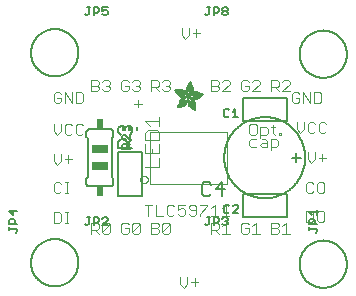
<source format=gbr>
G04 EAGLE Gerber RS-274X export*
G75*
%MOMM*%
%FSLAX34Y34*%
%LPD*%
%INSilkscreen Top*%
%IPPOS*%
%AMOC8*
5,1,8,0,0,1.08239X$1,22.5*%
G01*
%ADD10C,0.101600*%
%ADD11C,0.152400*%
%ADD12C,0.203200*%
%ADD13C,0.076200*%
%ADD14R,0.150000X0.300000*%
%ADD15R,0.300000X0.300000*%
%ADD16R,0.609600X0.863600*%
%ADD17R,1.400000X0.650000*%
%ADD18C,0.127000*%
%ADD19R,0.034300X0.003800*%
%ADD20R,0.057200X0.003800*%
%ADD21R,0.076200X0.003800*%
%ADD22R,0.091400X0.003800*%
%ADD23R,0.102900X0.003800*%
%ADD24R,0.114300X0.003900*%
%ADD25R,0.129500X0.003800*%
%ADD26R,0.137200X0.003800*%
%ADD27R,0.144800X0.003800*%
%ADD28R,0.152400X0.003800*%
%ADD29R,0.160000X0.003800*%
%ADD30R,0.171500X0.003800*%
%ADD31R,0.175300X0.003800*%
%ADD32R,0.182900X0.003800*%
%ADD33R,0.190500X0.003800*%
%ADD34R,0.194300X0.003900*%
%ADD35R,0.201900X0.003800*%
%ADD36R,0.209500X0.003800*%
%ADD37R,0.213400X0.003800*%
%ADD38R,0.221000X0.003800*%
%ADD39R,0.224800X0.003800*%
%ADD40R,0.232400X0.003800*%
%ADD41R,0.240000X0.003800*%
%ADD42R,0.243800X0.003800*%
%ADD43R,0.247600X0.003800*%
%ADD44R,0.255300X0.003900*%
%ADD45R,0.259100X0.003800*%
%ADD46R,0.262900X0.003800*%
%ADD47R,0.270500X0.003800*%
%ADD48R,0.274300X0.003800*%
%ADD49R,0.281900X0.003800*%
%ADD50R,0.285700X0.003800*%
%ADD51R,0.289500X0.003800*%
%ADD52R,0.297200X0.003800*%
%ADD53R,0.301000X0.003800*%
%ADD54R,0.304800X0.003900*%
%ADD55R,0.312400X0.003800*%
%ADD56R,0.316200X0.003800*%
%ADD57R,0.320000X0.003800*%
%ADD58R,0.327600X0.003800*%
%ADD59R,0.331500X0.003800*%
%ADD60R,0.339100X0.003800*%
%ADD61R,0.342900X0.003800*%
%ADD62R,0.346700X0.003800*%
%ADD63R,0.354300X0.003800*%
%ADD64R,0.358100X0.003900*%
%ADD65R,0.361900X0.003800*%
%ADD66R,0.369600X0.003800*%
%ADD67R,0.373400X0.003800*%
%ADD68R,0.377200X0.003800*%
%ADD69R,0.384800X0.003800*%
%ADD70R,0.388600X0.003800*%
%ADD71R,0.396200X0.003800*%
%ADD72R,0.400000X0.003800*%
%ADD73R,0.403800X0.003800*%
%ADD74R,0.411500X0.003900*%
%ADD75R,0.415300X0.003800*%
%ADD76R,0.419100X0.003800*%
%ADD77R,0.045700X0.003800*%
%ADD78R,0.426700X0.003800*%
%ADD79R,0.072400X0.003800*%
%ADD80R,0.430500X0.003800*%
%ADD81R,0.095300X0.003800*%
%ADD82R,0.438100X0.003800*%
%ADD83R,0.110500X0.003800*%
%ADD84R,0.441900X0.003800*%
%ADD85R,0.445800X0.003800*%
%ADD86R,0.144700X0.003800*%
%ADD87R,0.453400X0.003800*%
%ADD88R,0.457200X0.003800*%
%ADD89R,0.175300X0.003900*%
%ADD90R,0.461000X0.003900*%
%ADD91R,0.468600X0.003800*%
%ADD92R,0.205800X0.003800*%
%ADD93R,0.472400X0.003800*%
%ADD94R,0.217200X0.003800*%
%ADD95R,0.476200X0.003800*%
%ADD96R,0.483900X0.003800*%
%ADD97R,0.247700X0.003800*%
%ADD98R,0.487700X0.003800*%
%ADD99R,0.495300X0.003800*%
%ADD100R,0.499100X0.003800*%
%ADD101R,0.502900X0.003800*%
%ADD102R,0.510500X0.003800*%
%ADD103R,0.308600X0.003900*%
%ADD104R,0.514300X0.003900*%
%ADD105R,0.323800X0.003800*%
%ADD106R,0.518100X0.003800*%
%ADD107R,0.335300X0.003800*%
%ADD108R,0.525800X0.003800*%
%ADD109R,0.529600X0.003800*%
%ADD110R,0.358100X0.003800*%
%ADD111R,0.533400X0.003800*%
%ADD112R,0.537200X0.003800*%
%ADD113R,0.381000X0.003800*%
%ADD114R,0.544800X0.003800*%
%ADD115R,0.392400X0.003800*%
%ADD116R,0.548600X0.003800*%
%ADD117R,0.552400X0.003800*%
%ADD118R,0.556200X0.003800*%
%ADD119R,0.422900X0.003900*%
%ADD120R,0.560100X0.003900*%
%ADD121R,0.434300X0.003800*%
%ADD122R,0.563900X0.003800*%
%ADD123R,0.567700X0.003800*%
%ADD124R,0.461000X0.003800*%
%ADD125R,0.571500X0.003800*%
%ADD126R,0.575300X0.003800*%
%ADD127R,0.480100X0.003800*%
%ADD128R,0.579100X0.003800*%
%ADD129R,0.491500X0.003800*%
%ADD130R,0.582900X0.003800*%
%ADD131R,0.586700X0.003800*%
%ADD132R,0.510600X0.003800*%
%ADD133R,0.590500X0.003800*%
%ADD134R,0.522000X0.003800*%
%ADD135R,0.594300X0.003800*%
%ADD136R,0.533400X0.003900*%
%ADD137R,0.598200X0.003900*%
%ADD138R,0.541000X0.003800*%
%ADD139R,0.602000X0.003800*%
%ADD140R,0.552500X0.003800*%
%ADD141R,0.605800X0.003800*%
%ADD142R,0.560100X0.003800*%
%ADD143R,0.609600X0.003800*%
%ADD144R,0.613400X0.003800*%
%ADD145R,0.583000X0.003800*%
%ADD146R,0.617200X0.003800*%
%ADD147R,0.594400X0.003800*%
%ADD148R,0.621000X0.003800*%
%ADD149R,0.598200X0.003800*%
%ADD150R,0.624800X0.003800*%
%ADD151R,0.613500X0.003900*%
%ADD152R,0.628600X0.003900*%
%ADD153R,0.632400X0.003800*%
%ADD154R,0.628600X0.003800*%
%ADD155R,0.636300X0.003800*%
%ADD156R,0.640100X0.003800*%
%ADD157R,0.636200X0.003800*%
%ADD158R,0.643900X0.003800*%
%ADD159R,0.647700X0.003800*%
%ADD160R,0.651500X0.003800*%
%ADD161R,0.659100X0.003800*%
%ADD162R,0.659100X0.003900*%
%ADD163R,0.655300X0.003900*%
%ADD164R,0.662900X0.003800*%
%ADD165R,0.655300X0.003800*%
%ADD166R,0.670500X0.003800*%
%ADD167R,0.670600X0.003800*%
%ADD168R,0.674400X0.003800*%
%ADD169R,0.682000X0.003800*%
%ADD170R,0.666700X0.003800*%
%ADD171R,0.685800X0.003800*%
%ADD172R,0.689600X0.003800*%
%ADD173R,0.693400X0.003900*%
%ADD174R,0.674400X0.003900*%
%ADD175R,0.697200X0.003800*%
%ADD176R,0.678200X0.003800*%
%ADD177R,0.697300X0.003800*%
%ADD178R,0.701100X0.003800*%
%ADD179R,0.704900X0.003800*%
%ADD180R,0.708700X0.003800*%
%ADD181R,0.712500X0.003800*%
%ADD182R,0.716300X0.003800*%
%ADD183R,0.720100X0.003900*%
%ADD184R,0.689600X0.003900*%
%ADD185R,0.720000X0.003800*%
%ADD186R,0.693400X0.003800*%
%ADD187R,0.723900X0.003800*%
%ADD188R,0.727700X0.003800*%
%ADD189R,0.731500X0.003800*%
%ADD190R,0.701000X0.003800*%
%ADD191R,0.735300X0.003800*%
%ADD192R,0.731500X0.003900*%
%ADD193R,0.701000X0.003900*%
%ADD194R,0.704800X0.003800*%
%ADD195R,0.739100X0.003800*%
%ADD196R,0.743000X0.003800*%
%ADD197R,0.739200X0.003800*%
%ADD198R,0.743000X0.003900*%
%ADD199R,0.704800X0.003900*%
%ADD200R,0.746800X0.003800*%
%ADD201R,0.746800X0.003900*%
%ADD202R,0.742900X0.003800*%
%ADD203R,0.746700X0.003800*%
%ADD204R,0.746700X0.003900*%
%ADD205R,1.428800X0.003800*%
%ADD206R,1.424900X0.003800*%
%ADD207R,1.421100X0.003900*%
%ADD208R,1.421100X0.003800*%
%ADD209R,1.417300X0.003800*%
%ADD210R,1.413500X0.003800*%
%ADD211R,1.409700X0.003800*%
%ADD212R,1.405900X0.003800*%
%ADD213R,1.402100X0.003800*%
%ADD214R,1.398300X0.003800*%
%ADD215R,0.983000X0.003900*%
%ADD216R,0.384800X0.003900*%
%ADD217R,0.971600X0.003800*%
%ADD218R,0.963900X0.003800*%
%ADD219R,0.956300X0.003800*%
%ADD220R,0.365800X0.003800*%
%ADD221R,0.952500X0.003800*%
%ADD222R,0.941000X0.003800*%
%ADD223R,0.358200X0.003800*%
%ADD224R,0.937200X0.003800*%
%ADD225R,0.933400X0.003800*%
%ADD226R,0.354400X0.003800*%
%ADD227R,0.925800X0.003800*%
%ADD228R,0.350500X0.003800*%
%ADD229R,0.922000X0.003800*%
%ADD230R,0.918200X0.003900*%
%ADD231R,0.346700X0.003900*%
%ADD232R,0.910600X0.003800*%
%ADD233R,0.906800X0.003800*%
%ADD234R,0.903000X0.003800*%
%ADD235R,0.339000X0.003800*%
%ADD236R,0.895300X0.003800*%
%ADD237R,0.335200X0.003800*%
%ADD238R,0.887700X0.003800*%
%ADD239R,0.883900X0.003800*%
%ADD240R,0.331400X0.003800*%
%ADD241R,0.880100X0.003800*%
%ADD242R,0.876300X0.003800*%
%ADD243R,0.468600X0.003900*%
%ADD244R,0.396200X0.003900*%
%ADD245R,0.323800X0.003900*%
%ADD246R,0.449600X0.003800*%
%ADD247R,0.323900X0.003800*%
%ADD248R,0.442000X0.003800*%
%ADD249R,0.434400X0.003800*%
%ADD250R,0.320100X0.003800*%
%ADD251R,0.316300X0.003800*%
%ADD252R,0.426800X0.003800*%
%ADD253R,0.327700X0.003800*%
%ADD254R,0.312500X0.003800*%
%ADD255R,0.422900X0.003800*%
%ADD256R,0.308600X0.003800*%
%ADD257R,0.293400X0.003800*%
%ADD258R,0.304800X0.003800*%
%ADD259R,0.419100X0.003900*%
%ADD260R,0.285700X0.003900*%
%ADD261R,0.301000X0.003900*%
%ADD262R,0.411500X0.003800*%
%ADD263R,0.407700X0.003800*%
%ADD264R,0.289600X0.003800*%
%ADD265R,0.285800X0.003800*%
%ADD266R,0.403900X0.003800*%
%ADD267R,0.228600X0.003800*%
%ADD268R,0.403900X0.003900*%
%ADD269R,0.221000X0.003900*%
%ADD270R,0.278100X0.003900*%
%ADD271R,0.400100X0.003800*%
%ADD272R,0.209600X0.003800*%
%ADD273R,0.266700X0.003800*%
%ADD274R,0.038100X0.003800*%
%ADD275R,0.194300X0.003800*%
%ADD276R,0.148600X0.003800*%
%ADD277R,0.259000X0.003800*%
%ADD278R,0.182800X0.003800*%
%ADD279R,0.186700X0.003800*%
%ADD280R,0.251400X0.003800*%
%ADD281R,0.179100X0.003800*%
%ADD282R,0.236200X0.003800*%
%ADD283R,0.243900X0.003900*%
%ADD284R,0.282000X0.003900*%
%ADD285R,0.167700X0.003800*%
%ADD286R,0.236300X0.003800*%
%ADD287R,0.396300X0.003800*%
%ADD288R,0.163900X0.003800*%
%ADD289R,0.392500X0.003800*%
%ADD290R,0.160100X0.003800*%
%ADD291R,0.586800X0.003800*%
%ADD292R,0.148500X0.003800*%
%ADD293R,0.140900X0.003800*%
%ADD294R,0.392400X0.003900*%
%ADD295R,0.140900X0.003900*%
%ADD296R,0.647700X0.003900*%
%ADD297R,0.133300X0.003800*%
%ADD298R,0.674300X0.003800*%
%ADD299R,0.388700X0.003800*%
%ADD300R,0.125700X0.003800*%
%ADD301R,0.121900X0.003800*%
%ADD302R,0.720100X0.003800*%
%ADD303R,0.118100X0.003800*%
%ADD304R,0.118100X0.003900*%
%ADD305R,0.739100X0.003900*%
%ADD306R,0.114300X0.003800*%
%ADD307R,0.754400X0.003800*%
%ADD308R,0.765800X0.003800*%
%ADD309R,0.773400X0.003800*%
%ADD310R,0.784800X0.003800*%
%ADD311R,0.118200X0.003800*%
%ADD312R,0.792500X0.003800*%
%ADD313R,0.803900X0.003800*%
%ADD314R,0.122000X0.003800*%
%ADD315R,0.815400X0.003800*%
%ADD316R,0.125800X0.003800*%
%ADD317R,0.826800X0.003800*%
%ADD318R,0.369500X0.003900*%
%ADD319R,0.133400X0.003900*%
%ADD320R,0.842000X0.003900*%
%ADD321R,0.365700X0.003800*%
%ADD322R,1.009700X0.003800*%
%ADD323R,1.013500X0.003800*%
%ADD324R,0.362000X0.003800*%
%ADD325R,1.024900X0.003800*%
%ADD326R,1.028700X0.003800*%
%ADD327R,1.036300X0.003800*%
%ADD328R,1.047800X0.003800*%
%ADD329R,1.055400X0.003800*%
%ADD330R,1.070600X0.003800*%
%ADD331R,0.030500X0.003800*%
%ADD332R,1.436400X0.003800*%
%ADD333R,1.562100X0.003900*%
%ADD334R,1.588700X0.003800*%
%ADD335R,1.607800X0.003800*%
%ADD336R,1.626900X0.003800*%
%ADD337R,1.642100X0.003800*%
%ADD338R,1.657400X0.003800*%
%ADD339R,1.676400X0.003800*%
%ADD340R,1.687800X0.003800*%
%ADD341R,1.703000X0.003800*%
%ADD342R,1.714500X0.003800*%
%ADD343R,1.726000X0.003900*%
%ADD344R,1.741200X0.003800*%
%ADD345R,0.914400X0.003800*%
%ADD346R,0.769600X0.003800*%
%ADD347R,0.884000X0.003800*%
%ADD348R,0.712400X0.003800*%
%ADD349R,0.880100X0.003900*%
%ADD350R,0.887800X0.003800*%
%ADD351R,0.891600X0.003800*%
%ADD352R,0.895400X0.003800*%
%ADD353R,0.251500X0.003800*%
%ADD354R,0.579200X0.003900*%
%ADD355R,0.243900X0.003800*%
%ADD356R,0.556300X0.003800*%
%ADD357R,0.255200X0.003800*%
%ADD358R,0.529500X0.003800*%
%ADD359R,0.731600X0.003800*%
%ADD360R,0.525800X0.003900*%
%ADD361R,0.281900X0.003900*%
%ADD362R,0.735400X0.003900*%
%ADD363R,0.300900X0.003800*%
%ADD364R,0.762000X0.003800*%
%ADD365R,0.518200X0.003800*%
%ADD366R,0.350600X0.003800*%
%ADD367R,0.796300X0.003800*%
%ADD368R,0.807800X0.003800*%
%ADD369R,0.506700X0.003800*%
%ADD370R,0.849600X0.003800*%
%ADD371R,0.506700X0.003900*%
%ADD372R,1.371600X0.003900*%
%ADD373R,1.207800X0.003800*%
%ADD374R,0.503000X0.003800*%
%ADD375R,0.141000X0.003800*%
%ADD376R,1.203900X0.003800*%
%ADD377R,1.204000X0.003800*%
%ADD378R,1.200200X0.003800*%
%ADD379R,0.499100X0.003900*%
%ADD380R,0.156200X0.003900*%
%ADD381R,1.196400X0.003900*%
%ADD382R,1.196400X0.003800*%
%ADD383R,0.163800X0.003800*%
%ADD384R,0.167600X0.003800*%
%ADD385R,1.192500X0.003800*%
%ADD386R,0.499200X0.003800*%
%ADD387R,1.188700X0.003800*%
%ADD388R,0.506800X0.003800*%
%ADD389R,1.184900X0.003800*%
%ADD390R,0.510600X0.003900*%
%ADD391R,0.209600X0.003900*%
%ADD392R,1.181100X0.003900*%
%ADD393R,0.514400X0.003800*%
%ADD394R,1.181100X0.003800*%
%ADD395R,1.177300X0.003800*%
%ADD396R,0.240100X0.003800*%
%ADD397R,1.173500X0.003800*%
%ADD398R,1.169700X0.003800*%
%ADD399R,1.165900X0.003800*%
%ADD400R,1.162100X0.003800*%
%ADD401R,0.929700X0.003900*%
%ADD402R,1.162100X0.003900*%
%ADD403R,0.929700X0.003800*%
%ADD404R,1.154500X0.003800*%
%ADD405R,0.933500X0.003800*%
%ADD406R,1.150600X0.003800*%
%ADD407R,0.937300X0.003800*%
%ADD408R,1.146800X0.003800*%
%ADD409R,0.941100X0.003800*%
%ADD410R,1.139200X0.003800*%
%ADD411R,0.944900X0.003800*%
%ADD412R,1.135400X0.003800*%
%ADD413R,0.948700X0.003800*%
%ADD414R,1.127800X0.003800*%
%ADD415R,1.124000X0.003800*%
%ADD416R,1.116400X0.003800*%
%ADD417R,0.956300X0.003900*%
%ADD418R,1.104900X0.003900*%
%ADD419R,0.960100X0.003800*%
%ADD420R,1.093500X0.003800*%
%ADD421R,1.085900X0.003800*%
%ADD422R,0.967800X0.003800*%
%ADD423R,1.074500X0.003800*%
%ADD424R,1.063000X0.003800*%
%ADD425R,0.975400X0.003800*%
%ADD426R,1.036400X0.003800*%
%ADD427R,0.979200X0.003800*%
%ADD428R,1.021000X0.003800*%
%ADD429R,0.983000X0.003800*%
%ADD430R,1.009600X0.003800*%
%ADD431R,0.986800X0.003800*%
%ADD432R,0.998200X0.003800*%
%ADD433R,0.990600X0.003900*%
%ADD434R,0.986700X0.003900*%
%ADD435R,0.994400X0.003800*%
%ADD436R,0.975300X0.003800*%
%ADD437R,0.948600X0.003800*%
%ADD438R,1.002000X0.003800*%
%ADD439R,0.213300X0.003800*%
%ADD440R,0.217100X0.003800*%
%ADD441R,1.017300X0.003800*%
%ADD442R,0.666800X0.003800*%
%ADD443R,0.220900X0.003800*%
%ADD444R,1.028700X0.003900*%
%ADD445R,0.224700X0.003900*%
%ADD446R,1.032500X0.003800*%
%ADD447R,1.040100X0.003800*%
%ADD448R,1.043900X0.003800*%
%ADD449R,0.548700X0.003800*%
%ADD450R,1.051500X0.003800*%
%ADD451R,1.055300X0.003800*%
%ADD452R,1.059100X0.003800*%
%ADD453R,1.062900X0.003800*%
%ADD454R,0.255300X0.003800*%
%ADD455R,1.066800X0.003900*%
%ADD456R,0.259100X0.003900*%
%ADD457R,0.457200X0.003900*%
%ADD458R,0.423000X0.003800*%
%ADD459R,1.082100X0.003800*%
%ADD460R,0.274400X0.003800*%
%ADD461R,0.278200X0.003800*%
%ADD462R,1.101100X0.003800*%
%ADD463R,0.278100X0.003800*%
%ADD464R,0.876300X0.003900*%
%ADD465R,0.236200X0.003900*%
%ADD466R,0.289600X0.003900*%
%ADD467R,0.247700X0.003900*%
%ADD468R,0.049500X0.003800*%
%ADD469R,0.640100X0.003900*%
%ADD470R,0.659200X0.003800*%
%ADD471R,0.663000X0.003800*%
%ADD472R,0.872500X0.003900*%
%ADD473R,0.666800X0.003900*%
%ADD474R,0.872500X0.003800*%
%ADD475R,0.868700X0.003800*%
%ADD476R,0.864900X0.003800*%
%ADD477R,0.861100X0.003800*%
%ADD478R,0.857300X0.003800*%
%ADD479R,0.853400X0.003800*%
%ADD480R,0.845800X0.003800*%
%ADD481R,0.682000X0.003900*%
%ADD482R,0.842000X0.003800*%
%ADD483R,0.834400X0.003800*%
%ADD484R,0.823000X0.003800*%
%ADD485R,0.815300X0.003800*%
%ADD486R,0.811500X0.003800*%
%ADD487R,0.788700X0.003800*%
%ADD488R,0.777300X0.003900*%
%ADD489R,0.750600X0.003800*%
%ADD490R,0.735400X0.003800*%
%ADD491R,0.727800X0.003800*%
%ADD492R,0.628700X0.003800*%
%ADD493R,0.575400X0.003800*%
%ADD494R,0.670600X0.003900*%
%ADD495R,0.655400X0.003800*%
%ADD496R,0.651500X0.003900*%
%ADD497R,0.624800X0.003900*%
%ADD498R,0.594400X0.003900*%
%ADD499R,0.563900X0.003900*%
%ADD500R,0.541100X0.003800*%
%ADD501R,0.537300X0.003800*%
%ADD502R,0.525700X0.003800*%
%ADD503R,0.525700X0.003900*%
%ADD504R,0.514300X0.003800*%
%ADD505R,0.480100X0.003900*%
%ADD506R,0.464800X0.003800*%
%ADD507R,0.442000X0.003900*%
%ADD508R,0.438200X0.003800*%
%ADD509R,0.430600X0.003800*%
%ADD510R,0.407600X0.003800*%
%ADD511R,0.403800X0.003900*%
%ADD512R,0.365700X0.003900*%
%ADD513R,0.327700X0.003900*%
%ADD514R,0.243800X0.003900*%
%ADD515R,0.205800X0.003900*%
%ADD516R,0.198100X0.003800*%
%ADD517R,0.163800X0.003900*%
%ADD518R,0.137100X0.003800*%
%ADD519R,0.091500X0.003900*%
%ADD520R,0.060900X0.003800*%


D10*
X30739Y91955D02*
X29214Y93480D01*
X26163Y93480D01*
X24638Y91955D01*
X24638Y85853D01*
X26163Y84328D01*
X29214Y84328D01*
X30739Y85853D01*
X33993Y84328D02*
X37044Y84328D01*
X35518Y84328D02*
X35518Y93480D01*
X33993Y93480D02*
X37044Y93480D01*
X24638Y68080D02*
X24638Y58928D01*
X29214Y58928D01*
X30739Y60453D01*
X30739Y66555D01*
X29214Y68080D01*
X24638Y68080D01*
X33993Y58928D02*
X37044Y58928D01*
X35518Y58928D02*
X35518Y68080D01*
X33993Y68080D02*
X37044Y68080D01*
X30739Y168155D02*
X29214Y169680D01*
X26163Y169680D01*
X24638Y168155D01*
X24638Y162053D01*
X26163Y160528D01*
X29214Y160528D01*
X30739Y162053D01*
X30739Y165104D01*
X27689Y165104D01*
X33993Y160528D02*
X33993Y169680D01*
X40094Y160528D01*
X40094Y169680D01*
X43348Y169680D02*
X43348Y160528D01*
X47924Y160528D01*
X49450Y162053D01*
X49450Y168155D01*
X47924Y169680D01*
X43348Y169680D01*
X24638Y117610D02*
X24638Y111509D01*
X27689Y108458D01*
X30739Y111509D01*
X30739Y117610D01*
X33993Y113034D02*
X40094Y113034D01*
X37044Y116085D02*
X37044Y109983D01*
X230252Y138179D02*
X230252Y144280D01*
X230252Y138179D02*
X233303Y135128D01*
X236354Y138179D01*
X236354Y144280D01*
X244184Y144280D02*
X245709Y142755D01*
X244184Y144280D02*
X241133Y144280D01*
X239608Y142755D01*
X239608Y136653D01*
X241133Y135128D01*
X244184Y135128D01*
X245709Y136653D01*
X253539Y144280D02*
X255064Y142755D01*
X253539Y144280D02*
X250488Y144280D01*
X248963Y142755D01*
X248963Y136653D01*
X250488Y135128D01*
X253539Y135128D01*
X255064Y136653D01*
X242914Y93480D02*
X244439Y91955D01*
X242914Y93480D02*
X239863Y93480D01*
X238338Y91955D01*
X238338Y85853D01*
X239863Y84328D01*
X242914Y84328D01*
X244439Y85853D01*
X249218Y93480D02*
X252269Y93480D01*
X249218Y93480D02*
X247693Y91955D01*
X247693Y85853D01*
X249218Y84328D01*
X252269Y84328D01*
X253794Y85853D01*
X253794Y91955D01*
X252269Y93480D01*
X238338Y69350D02*
X238338Y60198D01*
X242914Y60198D01*
X244439Y61723D01*
X244439Y67825D01*
X242914Y69350D01*
X238338Y69350D01*
X249218Y69350D02*
X252269Y69350D01*
X249218Y69350D02*
X247693Y67825D01*
X247693Y61723D01*
X249218Y60198D01*
X252269Y60198D01*
X253794Y61723D01*
X253794Y67825D01*
X252269Y69350D01*
X232544Y168155D02*
X231018Y169680D01*
X227968Y169680D01*
X226442Y168155D01*
X226442Y162053D01*
X227968Y160528D01*
X231018Y160528D01*
X232544Y162053D01*
X232544Y165104D01*
X229493Y165104D01*
X235798Y160528D02*
X235798Y169680D01*
X241899Y160528D01*
X241899Y169680D01*
X245153Y169680D02*
X245153Y160528D01*
X249729Y160528D01*
X251254Y162053D01*
X251254Y168155D01*
X249729Y169680D01*
X245153Y169680D01*
X239608Y118880D02*
X239608Y112779D01*
X242658Y109728D01*
X245709Y112779D01*
X245709Y118880D01*
X248963Y114304D02*
X255064Y114304D01*
X252013Y117355D02*
X252013Y111253D01*
X132928Y218189D02*
X132928Y224290D01*
X132928Y218189D02*
X135978Y215138D01*
X139029Y218189D01*
X139029Y224290D01*
X142283Y219714D02*
X148384Y219714D01*
X145333Y222765D02*
X145333Y216663D01*
X131658Y13470D02*
X131658Y7369D01*
X134708Y4318D01*
X137759Y7369D01*
X137759Y13470D01*
X141013Y8894D02*
X147114Y8894D01*
X144063Y11945D02*
X144063Y5843D01*
X56388Y50038D02*
X56388Y59190D01*
X60964Y59190D01*
X62489Y57665D01*
X62489Y54614D01*
X60964Y53089D01*
X56388Y53089D01*
X59439Y53089D02*
X62489Y50038D01*
X65743Y51563D02*
X65743Y57665D01*
X67268Y59190D01*
X70319Y59190D01*
X71844Y57665D01*
X71844Y51563D01*
X70319Y50038D01*
X67268Y50038D01*
X65743Y51563D01*
X71844Y57665D01*
X86364Y59190D02*
X87889Y57665D01*
X86364Y59190D02*
X83313Y59190D01*
X81788Y57665D01*
X81788Y51563D01*
X83313Y50038D01*
X86364Y50038D01*
X87889Y51563D01*
X87889Y54614D01*
X84839Y54614D01*
X91143Y51563D02*
X91143Y57665D01*
X92668Y59190D01*
X95719Y59190D01*
X97244Y57665D01*
X97244Y51563D01*
X95719Y50038D01*
X92668Y50038D01*
X91143Y51563D01*
X97244Y57665D01*
X107188Y59190D02*
X107188Y50038D01*
X107188Y59190D02*
X111764Y59190D01*
X113289Y57665D01*
X113289Y56139D01*
X111764Y54614D01*
X113289Y53089D01*
X113289Y51563D01*
X111764Y50038D01*
X107188Y50038D01*
X107188Y54614D02*
X111764Y54614D01*
X116543Y51563D02*
X116543Y57665D01*
X118068Y59190D01*
X121119Y59190D01*
X122644Y57665D01*
X122644Y51563D01*
X121119Y50038D01*
X118068Y50038D01*
X116543Y51563D01*
X122644Y57665D01*
X157988Y59190D02*
X157988Y50038D01*
X157988Y59190D02*
X162564Y59190D01*
X164089Y57665D01*
X164089Y54614D01*
X162564Y53089D01*
X157988Y53089D01*
X161039Y53089D02*
X164089Y50038D01*
X167343Y56139D02*
X170394Y59190D01*
X170394Y50038D01*
X173444Y50038D02*
X167343Y50038D01*
X187964Y59190D02*
X189489Y57665D01*
X187964Y59190D02*
X184913Y59190D01*
X183388Y57665D01*
X183388Y51563D01*
X184913Y50038D01*
X187964Y50038D01*
X189489Y51563D01*
X189489Y54614D01*
X186439Y54614D01*
X192743Y56139D02*
X195794Y59190D01*
X195794Y50038D01*
X198844Y50038D02*
X192743Y50038D01*
X208788Y50038D02*
X208788Y59190D01*
X213364Y59190D01*
X214889Y57665D01*
X214889Y56139D01*
X213364Y54614D01*
X214889Y53089D01*
X214889Y51563D01*
X213364Y50038D01*
X208788Y50038D01*
X208788Y54614D02*
X213364Y54614D01*
X218143Y56139D02*
X221194Y59190D01*
X221194Y50038D01*
X224244Y50038D02*
X218143Y50038D01*
X24638Y136909D02*
X24638Y143010D01*
X24638Y136909D02*
X27689Y133858D01*
X30739Y136909D01*
X30739Y143010D01*
X38569Y143010D02*
X40094Y141485D01*
X38569Y143010D02*
X35518Y143010D01*
X33993Y141485D01*
X33993Y135383D01*
X35518Y133858D01*
X38569Y133858D01*
X40094Y135383D01*
X47924Y143010D02*
X49450Y141485D01*
X47924Y143010D02*
X44874Y143010D01*
X43348Y141485D01*
X43348Y135383D01*
X44874Y133858D01*
X47924Y133858D01*
X49450Y135383D01*
X56388Y170688D02*
X56388Y179840D01*
X60964Y179840D01*
X62489Y178315D01*
X62489Y176789D01*
X60964Y175264D01*
X62489Y173739D01*
X62489Y172213D01*
X60964Y170688D01*
X56388Y170688D01*
X56388Y175264D02*
X60964Y175264D01*
X65743Y178315D02*
X67268Y179840D01*
X70319Y179840D01*
X71844Y178315D01*
X71844Y176789D01*
X70319Y175264D01*
X68794Y175264D01*
X70319Y175264D02*
X71844Y173739D01*
X71844Y172213D01*
X70319Y170688D01*
X67268Y170688D01*
X65743Y172213D01*
X86364Y179840D02*
X87889Y178315D01*
X86364Y179840D02*
X83313Y179840D01*
X81788Y178315D01*
X81788Y172213D01*
X83313Y170688D01*
X86364Y170688D01*
X87889Y172213D01*
X87889Y175264D01*
X84839Y175264D01*
X91143Y178315D02*
X92668Y179840D01*
X95719Y179840D01*
X97244Y178315D01*
X97244Y176789D01*
X95719Y175264D01*
X94194Y175264D01*
X95719Y175264D02*
X97244Y173739D01*
X97244Y172213D01*
X95719Y170688D01*
X92668Y170688D01*
X91143Y172213D01*
X107188Y170688D02*
X107188Y179840D01*
X111764Y179840D01*
X113289Y178315D01*
X113289Y175264D01*
X111764Y173739D01*
X107188Y173739D01*
X110239Y173739D02*
X113289Y170688D01*
X116543Y178315D02*
X118068Y179840D01*
X121119Y179840D01*
X122644Y178315D01*
X122644Y176789D01*
X121119Y175264D01*
X119594Y175264D01*
X121119Y175264D02*
X122644Y173739D01*
X122644Y172213D01*
X121119Y170688D01*
X118068Y170688D01*
X116543Y172213D01*
X157988Y170688D02*
X157988Y179840D01*
X162564Y179840D01*
X164089Y178315D01*
X164089Y176789D01*
X162564Y175264D01*
X164089Y173739D01*
X164089Y172213D01*
X162564Y170688D01*
X157988Y170688D01*
X157988Y175264D02*
X162564Y175264D01*
X167343Y170688D02*
X173444Y170688D01*
X167343Y170688D02*
X173444Y176789D01*
X173444Y178315D01*
X171919Y179840D01*
X168868Y179840D01*
X167343Y178315D01*
X187964Y179840D02*
X189489Y178315D01*
X187964Y179840D02*
X184913Y179840D01*
X183388Y178315D01*
X183388Y172213D01*
X184913Y170688D01*
X187964Y170688D01*
X189489Y172213D01*
X189489Y175264D01*
X186439Y175264D01*
X192743Y170688D02*
X198844Y170688D01*
X192743Y170688D02*
X198844Y176789D01*
X198844Y178315D01*
X197319Y179840D01*
X194268Y179840D01*
X192743Y178315D01*
X208788Y179840D02*
X208788Y170688D01*
X208788Y179840D02*
X213364Y179840D01*
X214889Y178315D01*
X214889Y175264D01*
X213364Y173739D01*
X208788Y173739D01*
X211839Y173739D02*
X214889Y170688D01*
X218143Y170688D02*
X224244Y170688D01*
X218143Y170688D02*
X224244Y176789D01*
X224244Y178315D01*
X222719Y179840D01*
X219668Y179840D01*
X218143Y178315D01*
X104568Y74430D02*
X104568Y65278D01*
X107618Y74430D02*
X101517Y74430D01*
X110872Y74430D02*
X110872Y65278D01*
X116974Y65278D01*
X124804Y74430D02*
X126329Y72905D01*
X124804Y74430D02*
X121753Y74430D01*
X120228Y72905D01*
X120228Y66803D01*
X121753Y65278D01*
X124804Y65278D01*
X126329Y66803D01*
X129583Y74430D02*
X135684Y74430D01*
X129583Y74430D02*
X129583Y69854D01*
X132633Y71379D01*
X134159Y71379D01*
X135684Y69854D01*
X135684Y66803D01*
X134159Y65278D01*
X131108Y65278D01*
X129583Y66803D01*
X138938Y66803D02*
X140463Y65278D01*
X143514Y65278D01*
X145039Y66803D01*
X145039Y72905D01*
X143514Y74430D01*
X140463Y74430D01*
X138938Y72905D01*
X138938Y71379D01*
X140463Y69854D01*
X145039Y69854D01*
X148293Y74430D02*
X154394Y74430D01*
X154394Y72905D01*
X148293Y66803D01*
X148293Y65278D01*
X157648Y71379D02*
X160699Y74430D01*
X160699Y65278D01*
X157648Y65278D02*
X163750Y65278D01*
X167004Y71379D02*
X170054Y74430D01*
X170054Y65278D01*
X167004Y65278D02*
X173105Y65278D01*
X191691Y143010D02*
X194742Y143010D01*
X191691Y143010D02*
X190166Y141485D01*
X190166Y135383D01*
X191691Y133858D01*
X194742Y133858D01*
X196267Y135383D01*
X196267Y141485D01*
X194742Y143010D01*
X199521Y139959D02*
X199521Y130807D01*
X199521Y139959D02*
X204097Y139959D01*
X205622Y138434D01*
X205622Y135383D01*
X204097Y133858D01*
X199521Y133858D01*
X210401Y135383D02*
X210401Y141485D01*
X210401Y135383D02*
X211927Y133858D01*
X211927Y139959D02*
X208876Y139959D01*
X215113Y135383D02*
X215113Y133858D01*
X215113Y135383D02*
X216638Y135383D01*
X216638Y133858D01*
X215113Y133858D01*
X195776Y129799D02*
X191201Y129799D01*
X189675Y128274D01*
X189675Y125223D01*
X191201Y123698D01*
X195776Y123698D01*
X200556Y129799D02*
X203606Y129799D01*
X205132Y128274D01*
X205132Y123698D01*
X200556Y123698D01*
X199030Y125223D01*
X200556Y126749D01*
X205132Y126749D01*
X208386Y129799D02*
X208386Y120647D01*
X208386Y129799D02*
X212962Y129799D01*
X214487Y128274D01*
X214487Y125223D01*
X212962Y123698D01*
X208386Y123698D01*
D11*
X51902Y57150D02*
X50800Y58252D01*
X51902Y57150D02*
X53003Y57150D01*
X54105Y58252D01*
X54105Y63760D01*
X55206Y63760D02*
X53003Y63760D01*
X58284Y63760D02*
X58284Y57150D01*
X58284Y63760D02*
X61589Y63760D01*
X62691Y62658D01*
X62691Y60455D01*
X61589Y59353D01*
X58284Y59353D01*
X65768Y57150D02*
X70175Y57150D01*
X70175Y61556D02*
X65768Y57150D01*
X70175Y61556D02*
X70175Y62658D01*
X69073Y63760D01*
X66870Y63760D01*
X65768Y62658D01*
X152400Y58252D02*
X153502Y57150D01*
X154603Y57150D01*
X155705Y58252D01*
X155705Y63760D01*
X156806Y63760D02*
X154603Y63760D01*
X159884Y63760D02*
X159884Y57150D01*
X159884Y63760D02*
X163189Y63760D01*
X164291Y62658D01*
X164291Y60455D01*
X163189Y59353D01*
X159884Y59353D01*
X167368Y62658D02*
X168470Y63760D01*
X170673Y63760D01*
X171775Y62658D01*
X171775Y61556D01*
X170673Y60455D01*
X169572Y60455D01*
X170673Y60455D02*
X171775Y59353D01*
X171775Y58252D01*
X170673Y57150D01*
X168470Y57150D01*
X167368Y58252D01*
D12*
X5400Y203200D02*
X5406Y203691D01*
X5424Y204181D01*
X5454Y204671D01*
X5496Y205160D01*
X5550Y205648D01*
X5616Y206135D01*
X5694Y206619D01*
X5784Y207102D01*
X5886Y207582D01*
X5999Y208060D01*
X6124Y208534D01*
X6261Y209006D01*
X6409Y209474D01*
X6569Y209938D01*
X6740Y210398D01*
X6922Y210854D01*
X7116Y211305D01*
X7320Y211751D01*
X7536Y212192D01*
X7762Y212628D01*
X7998Y213058D01*
X8245Y213482D01*
X8503Y213900D01*
X8771Y214311D01*
X9048Y214716D01*
X9336Y215114D01*
X9633Y215505D01*
X9940Y215888D01*
X10256Y216263D01*
X10581Y216631D01*
X10915Y216991D01*
X11258Y217342D01*
X11609Y217685D01*
X11969Y218019D01*
X12337Y218344D01*
X12712Y218660D01*
X13095Y218967D01*
X13486Y219264D01*
X13884Y219552D01*
X14289Y219829D01*
X14700Y220097D01*
X15118Y220355D01*
X15542Y220602D01*
X15972Y220838D01*
X16408Y221064D01*
X16849Y221280D01*
X17295Y221484D01*
X17746Y221678D01*
X18202Y221860D01*
X18662Y222031D01*
X19126Y222191D01*
X19594Y222339D01*
X20066Y222476D01*
X20540Y222601D01*
X21018Y222714D01*
X21498Y222816D01*
X21981Y222906D01*
X22465Y222984D01*
X22952Y223050D01*
X23440Y223104D01*
X23929Y223146D01*
X24419Y223176D01*
X24909Y223194D01*
X25400Y223200D01*
X25891Y223194D01*
X26381Y223176D01*
X26871Y223146D01*
X27360Y223104D01*
X27848Y223050D01*
X28335Y222984D01*
X28819Y222906D01*
X29302Y222816D01*
X29782Y222714D01*
X30260Y222601D01*
X30734Y222476D01*
X31206Y222339D01*
X31674Y222191D01*
X32138Y222031D01*
X32598Y221860D01*
X33054Y221678D01*
X33505Y221484D01*
X33951Y221280D01*
X34392Y221064D01*
X34828Y220838D01*
X35258Y220602D01*
X35682Y220355D01*
X36100Y220097D01*
X36511Y219829D01*
X36916Y219552D01*
X37314Y219264D01*
X37705Y218967D01*
X38088Y218660D01*
X38463Y218344D01*
X38831Y218019D01*
X39191Y217685D01*
X39542Y217342D01*
X39885Y216991D01*
X40219Y216631D01*
X40544Y216263D01*
X40860Y215888D01*
X41167Y215505D01*
X41464Y215114D01*
X41752Y214716D01*
X42029Y214311D01*
X42297Y213900D01*
X42555Y213482D01*
X42802Y213058D01*
X43038Y212628D01*
X43264Y212192D01*
X43480Y211751D01*
X43684Y211305D01*
X43878Y210854D01*
X44060Y210398D01*
X44231Y209938D01*
X44391Y209474D01*
X44539Y209006D01*
X44676Y208534D01*
X44801Y208060D01*
X44914Y207582D01*
X45016Y207102D01*
X45106Y206619D01*
X45184Y206135D01*
X45250Y205648D01*
X45304Y205160D01*
X45346Y204671D01*
X45376Y204181D01*
X45394Y203691D01*
X45400Y203200D01*
X45394Y202709D01*
X45376Y202219D01*
X45346Y201729D01*
X45304Y201240D01*
X45250Y200752D01*
X45184Y200265D01*
X45106Y199781D01*
X45016Y199298D01*
X44914Y198818D01*
X44801Y198340D01*
X44676Y197866D01*
X44539Y197394D01*
X44391Y196926D01*
X44231Y196462D01*
X44060Y196002D01*
X43878Y195546D01*
X43684Y195095D01*
X43480Y194649D01*
X43264Y194208D01*
X43038Y193772D01*
X42802Y193342D01*
X42555Y192918D01*
X42297Y192500D01*
X42029Y192089D01*
X41752Y191684D01*
X41464Y191286D01*
X41167Y190895D01*
X40860Y190512D01*
X40544Y190137D01*
X40219Y189769D01*
X39885Y189409D01*
X39542Y189058D01*
X39191Y188715D01*
X38831Y188381D01*
X38463Y188056D01*
X38088Y187740D01*
X37705Y187433D01*
X37314Y187136D01*
X36916Y186848D01*
X36511Y186571D01*
X36100Y186303D01*
X35682Y186045D01*
X35258Y185798D01*
X34828Y185562D01*
X34392Y185336D01*
X33951Y185120D01*
X33505Y184916D01*
X33054Y184722D01*
X32598Y184540D01*
X32138Y184369D01*
X31674Y184209D01*
X31206Y184061D01*
X30734Y183924D01*
X30260Y183799D01*
X29782Y183686D01*
X29302Y183584D01*
X28819Y183494D01*
X28335Y183416D01*
X27848Y183350D01*
X27360Y183296D01*
X26871Y183254D01*
X26381Y183224D01*
X25891Y183206D01*
X25400Y183200D01*
X24909Y183206D01*
X24419Y183224D01*
X23929Y183254D01*
X23440Y183296D01*
X22952Y183350D01*
X22465Y183416D01*
X21981Y183494D01*
X21498Y183584D01*
X21018Y183686D01*
X20540Y183799D01*
X20066Y183924D01*
X19594Y184061D01*
X19126Y184209D01*
X18662Y184369D01*
X18202Y184540D01*
X17746Y184722D01*
X17295Y184916D01*
X16849Y185120D01*
X16408Y185336D01*
X15972Y185562D01*
X15542Y185798D01*
X15118Y186045D01*
X14700Y186303D01*
X14289Y186571D01*
X13884Y186848D01*
X13486Y187136D01*
X13095Y187433D01*
X12712Y187740D01*
X12337Y188056D01*
X11969Y188381D01*
X11609Y188715D01*
X11258Y189058D01*
X10915Y189409D01*
X10581Y189769D01*
X10256Y190137D01*
X9940Y190512D01*
X9633Y190895D01*
X9336Y191286D01*
X9048Y191684D01*
X8771Y192089D01*
X8503Y192500D01*
X8245Y192918D01*
X7998Y193342D01*
X7762Y193772D01*
X7536Y194208D01*
X7320Y194649D01*
X7116Y195095D01*
X6922Y195546D01*
X6740Y196002D01*
X6569Y196462D01*
X6409Y196926D01*
X6261Y197394D01*
X6124Y197866D01*
X5999Y198340D01*
X5886Y198818D01*
X5784Y199298D01*
X5694Y199781D01*
X5616Y200265D01*
X5550Y200752D01*
X5496Y201240D01*
X5454Y201729D01*
X5424Y202219D01*
X5406Y202709D01*
X5400Y203200D01*
X232730Y201930D02*
X232736Y202421D01*
X232754Y202911D01*
X232784Y203401D01*
X232826Y203890D01*
X232880Y204378D01*
X232946Y204865D01*
X233024Y205349D01*
X233114Y205832D01*
X233216Y206312D01*
X233329Y206790D01*
X233454Y207264D01*
X233591Y207736D01*
X233739Y208204D01*
X233899Y208668D01*
X234070Y209128D01*
X234252Y209584D01*
X234446Y210035D01*
X234650Y210481D01*
X234866Y210922D01*
X235092Y211358D01*
X235328Y211788D01*
X235575Y212212D01*
X235833Y212630D01*
X236101Y213041D01*
X236378Y213446D01*
X236666Y213844D01*
X236963Y214235D01*
X237270Y214618D01*
X237586Y214993D01*
X237911Y215361D01*
X238245Y215721D01*
X238588Y216072D01*
X238939Y216415D01*
X239299Y216749D01*
X239667Y217074D01*
X240042Y217390D01*
X240425Y217697D01*
X240816Y217994D01*
X241214Y218282D01*
X241619Y218559D01*
X242030Y218827D01*
X242448Y219085D01*
X242872Y219332D01*
X243302Y219568D01*
X243738Y219794D01*
X244179Y220010D01*
X244625Y220214D01*
X245076Y220408D01*
X245532Y220590D01*
X245992Y220761D01*
X246456Y220921D01*
X246924Y221069D01*
X247396Y221206D01*
X247870Y221331D01*
X248348Y221444D01*
X248828Y221546D01*
X249311Y221636D01*
X249795Y221714D01*
X250282Y221780D01*
X250770Y221834D01*
X251259Y221876D01*
X251749Y221906D01*
X252239Y221924D01*
X252730Y221930D01*
X253221Y221924D01*
X253711Y221906D01*
X254201Y221876D01*
X254690Y221834D01*
X255178Y221780D01*
X255665Y221714D01*
X256149Y221636D01*
X256632Y221546D01*
X257112Y221444D01*
X257590Y221331D01*
X258064Y221206D01*
X258536Y221069D01*
X259004Y220921D01*
X259468Y220761D01*
X259928Y220590D01*
X260384Y220408D01*
X260835Y220214D01*
X261281Y220010D01*
X261722Y219794D01*
X262158Y219568D01*
X262588Y219332D01*
X263012Y219085D01*
X263430Y218827D01*
X263841Y218559D01*
X264246Y218282D01*
X264644Y217994D01*
X265035Y217697D01*
X265418Y217390D01*
X265793Y217074D01*
X266161Y216749D01*
X266521Y216415D01*
X266872Y216072D01*
X267215Y215721D01*
X267549Y215361D01*
X267874Y214993D01*
X268190Y214618D01*
X268497Y214235D01*
X268794Y213844D01*
X269082Y213446D01*
X269359Y213041D01*
X269627Y212630D01*
X269885Y212212D01*
X270132Y211788D01*
X270368Y211358D01*
X270594Y210922D01*
X270810Y210481D01*
X271014Y210035D01*
X271208Y209584D01*
X271390Y209128D01*
X271561Y208668D01*
X271721Y208204D01*
X271869Y207736D01*
X272006Y207264D01*
X272131Y206790D01*
X272244Y206312D01*
X272346Y205832D01*
X272436Y205349D01*
X272514Y204865D01*
X272580Y204378D01*
X272634Y203890D01*
X272676Y203401D01*
X272706Y202911D01*
X272724Y202421D01*
X272730Y201930D01*
X272724Y201439D01*
X272706Y200949D01*
X272676Y200459D01*
X272634Y199970D01*
X272580Y199482D01*
X272514Y198995D01*
X272436Y198511D01*
X272346Y198028D01*
X272244Y197548D01*
X272131Y197070D01*
X272006Y196596D01*
X271869Y196124D01*
X271721Y195656D01*
X271561Y195192D01*
X271390Y194732D01*
X271208Y194276D01*
X271014Y193825D01*
X270810Y193379D01*
X270594Y192938D01*
X270368Y192502D01*
X270132Y192072D01*
X269885Y191648D01*
X269627Y191230D01*
X269359Y190819D01*
X269082Y190414D01*
X268794Y190016D01*
X268497Y189625D01*
X268190Y189242D01*
X267874Y188867D01*
X267549Y188499D01*
X267215Y188139D01*
X266872Y187788D01*
X266521Y187445D01*
X266161Y187111D01*
X265793Y186786D01*
X265418Y186470D01*
X265035Y186163D01*
X264644Y185866D01*
X264246Y185578D01*
X263841Y185301D01*
X263430Y185033D01*
X263012Y184775D01*
X262588Y184528D01*
X262158Y184292D01*
X261722Y184066D01*
X261281Y183850D01*
X260835Y183646D01*
X260384Y183452D01*
X259928Y183270D01*
X259468Y183099D01*
X259004Y182939D01*
X258536Y182791D01*
X258064Y182654D01*
X257590Y182529D01*
X257112Y182416D01*
X256632Y182314D01*
X256149Y182224D01*
X255665Y182146D01*
X255178Y182080D01*
X254690Y182026D01*
X254201Y181984D01*
X253711Y181954D01*
X253221Y181936D01*
X252730Y181930D01*
X252239Y181936D01*
X251749Y181954D01*
X251259Y181984D01*
X250770Y182026D01*
X250282Y182080D01*
X249795Y182146D01*
X249311Y182224D01*
X248828Y182314D01*
X248348Y182416D01*
X247870Y182529D01*
X247396Y182654D01*
X246924Y182791D01*
X246456Y182939D01*
X245992Y183099D01*
X245532Y183270D01*
X245076Y183452D01*
X244625Y183646D01*
X244179Y183850D01*
X243738Y184066D01*
X243302Y184292D01*
X242872Y184528D01*
X242448Y184775D01*
X242030Y185033D01*
X241619Y185301D01*
X241214Y185578D01*
X240816Y185866D01*
X240425Y186163D01*
X240042Y186470D01*
X239667Y186786D01*
X239299Y187111D01*
X238939Y187445D01*
X238588Y187788D01*
X238245Y188139D01*
X237911Y188499D01*
X237586Y188867D01*
X237270Y189242D01*
X236963Y189625D01*
X236666Y190016D01*
X236378Y190414D01*
X236101Y190819D01*
X235833Y191230D01*
X235575Y191648D01*
X235328Y192072D01*
X235092Y192502D01*
X234866Y192938D01*
X234650Y193379D01*
X234446Y193825D01*
X234252Y194276D01*
X234070Y194732D01*
X233899Y195192D01*
X233739Y195656D01*
X233591Y196124D01*
X233454Y196596D01*
X233329Y197070D01*
X233216Y197548D01*
X233114Y198028D01*
X233024Y198511D01*
X232946Y198995D01*
X232880Y199482D01*
X232826Y199970D01*
X232784Y200459D01*
X232754Y200949D01*
X232736Y201439D01*
X232730Y201930D01*
X5400Y25400D02*
X5406Y25891D01*
X5424Y26381D01*
X5454Y26871D01*
X5496Y27360D01*
X5550Y27848D01*
X5616Y28335D01*
X5694Y28819D01*
X5784Y29302D01*
X5886Y29782D01*
X5999Y30260D01*
X6124Y30734D01*
X6261Y31206D01*
X6409Y31674D01*
X6569Y32138D01*
X6740Y32598D01*
X6922Y33054D01*
X7116Y33505D01*
X7320Y33951D01*
X7536Y34392D01*
X7762Y34828D01*
X7998Y35258D01*
X8245Y35682D01*
X8503Y36100D01*
X8771Y36511D01*
X9048Y36916D01*
X9336Y37314D01*
X9633Y37705D01*
X9940Y38088D01*
X10256Y38463D01*
X10581Y38831D01*
X10915Y39191D01*
X11258Y39542D01*
X11609Y39885D01*
X11969Y40219D01*
X12337Y40544D01*
X12712Y40860D01*
X13095Y41167D01*
X13486Y41464D01*
X13884Y41752D01*
X14289Y42029D01*
X14700Y42297D01*
X15118Y42555D01*
X15542Y42802D01*
X15972Y43038D01*
X16408Y43264D01*
X16849Y43480D01*
X17295Y43684D01*
X17746Y43878D01*
X18202Y44060D01*
X18662Y44231D01*
X19126Y44391D01*
X19594Y44539D01*
X20066Y44676D01*
X20540Y44801D01*
X21018Y44914D01*
X21498Y45016D01*
X21981Y45106D01*
X22465Y45184D01*
X22952Y45250D01*
X23440Y45304D01*
X23929Y45346D01*
X24419Y45376D01*
X24909Y45394D01*
X25400Y45400D01*
X25891Y45394D01*
X26381Y45376D01*
X26871Y45346D01*
X27360Y45304D01*
X27848Y45250D01*
X28335Y45184D01*
X28819Y45106D01*
X29302Y45016D01*
X29782Y44914D01*
X30260Y44801D01*
X30734Y44676D01*
X31206Y44539D01*
X31674Y44391D01*
X32138Y44231D01*
X32598Y44060D01*
X33054Y43878D01*
X33505Y43684D01*
X33951Y43480D01*
X34392Y43264D01*
X34828Y43038D01*
X35258Y42802D01*
X35682Y42555D01*
X36100Y42297D01*
X36511Y42029D01*
X36916Y41752D01*
X37314Y41464D01*
X37705Y41167D01*
X38088Y40860D01*
X38463Y40544D01*
X38831Y40219D01*
X39191Y39885D01*
X39542Y39542D01*
X39885Y39191D01*
X40219Y38831D01*
X40544Y38463D01*
X40860Y38088D01*
X41167Y37705D01*
X41464Y37314D01*
X41752Y36916D01*
X42029Y36511D01*
X42297Y36100D01*
X42555Y35682D01*
X42802Y35258D01*
X43038Y34828D01*
X43264Y34392D01*
X43480Y33951D01*
X43684Y33505D01*
X43878Y33054D01*
X44060Y32598D01*
X44231Y32138D01*
X44391Y31674D01*
X44539Y31206D01*
X44676Y30734D01*
X44801Y30260D01*
X44914Y29782D01*
X45016Y29302D01*
X45106Y28819D01*
X45184Y28335D01*
X45250Y27848D01*
X45304Y27360D01*
X45346Y26871D01*
X45376Y26381D01*
X45394Y25891D01*
X45400Y25400D01*
X45394Y24909D01*
X45376Y24419D01*
X45346Y23929D01*
X45304Y23440D01*
X45250Y22952D01*
X45184Y22465D01*
X45106Y21981D01*
X45016Y21498D01*
X44914Y21018D01*
X44801Y20540D01*
X44676Y20066D01*
X44539Y19594D01*
X44391Y19126D01*
X44231Y18662D01*
X44060Y18202D01*
X43878Y17746D01*
X43684Y17295D01*
X43480Y16849D01*
X43264Y16408D01*
X43038Y15972D01*
X42802Y15542D01*
X42555Y15118D01*
X42297Y14700D01*
X42029Y14289D01*
X41752Y13884D01*
X41464Y13486D01*
X41167Y13095D01*
X40860Y12712D01*
X40544Y12337D01*
X40219Y11969D01*
X39885Y11609D01*
X39542Y11258D01*
X39191Y10915D01*
X38831Y10581D01*
X38463Y10256D01*
X38088Y9940D01*
X37705Y9633D01*
X37314Y9336D01*
X36916Y9048D01*
X36511Y8771D01*
X36100Y8503D01*
X35682Y8245D01*
X35258Y7998D01*
X34828Y7762D01*
X34392Y7536D01*
X33951Y7320D01*
X33505Y7116D01*
X33054Y6922D01*
X32598Y6740D01*
X32138Y6569D01*
X31674Y6409D01*
X31206Y6261D01*
X30734Y6124D01*
X30260Y5999D01*
X29782Y5886D01*
X29302Y5784D01*
X28819Y5694D01*
X28335Y5616D01*
X27848Y5550D01*
X27360Y5496D01*
X26871Y5454D01*
X26381Y5424D01*
X25891Y5406D01*
X25400Y5400D01*
X24909Y5406D01*
X24419Y5424D01*
X23929Y5454D01*
X23440Y5496D01*
X22952Y5550D01*
X22465Y5616D01*
X21981Y5694D01*
X21498Y5784D01*
X21018Y5886D01*
X20540Y5999D01*
X20066Y6124D01*
X19594Y6261D01*
X19126Y6409D01*
X18662Y6569D01*
X18202Y6740D01*
X17746Y6922D01*
X17295Y7116D01*
X16849Y7320D01*
X16408Y7536D01*
X15972Y7762D01*
X15542Y7998D01*
X15118Y8245D01*
X14700Y8503D01*
X14289Y8771D01*
X13884Y9048D01*
X13486Y9336D01*
X13095Y9633D01*
X12712Y9940D01*
X12337Y10256D01*
X11969Y10581D01*
X11609Y10915D01*
X11258Y11258D01*
X10915Y11609D01*
X10581Y11969D01*
X10256Y12337D01*
X9940Y12712D01*
X9633Y13095D01*
X9336Y13486D01*
X9048Y13884D01*
X8771Y14289D01*
X8503Y14700D01*
X8245Y15118D01*
X7998Y15542D01*
X7762Y15972D01*
X7536Y16408D01*
X7320Y16849D01*
X7116Y17295D01*
X6922Y17746D01*
X6740Y18202D01*
X6569Y18662D01*
X6409Y19126D01*
X6261Y19594D01*
X6124Y20066D01*
X5999Y20540D01*
X5886Y21018D01*
X5784Y21498D01*
X5694Y21981D01*
X5616Y22465D01*
X5550Y22952D01*
X5496Y23440D01*
X5454Y23929D01*
X5424Y24419D01*
X5406Y24909D01*
X5400Y25400D01*
X232730Y24130D02*
X232736Y24621D01*
X232754Y25111D01*
X232784Y25601D01*
X232826Y26090D01*
X232880Y26578D01*
X232946Y27065D01*
X233024Y27549D01*
X233114Y28032D01*
X233216Y28512D01*
X233329Y28990D01*
X233454Y29464D01*
X233591Y29936D01*
X233739Y30404D01*
X233899Y30868D01*
X234070Y31328D01*
X234252Y31784D01*
X234446Y32235D01*
X234650Y32681D01*
X234866Y33122D01*
X235092Y33558D01*
X235328Y33988D01*
X235575Y34412D01*
X235833Y34830D01*
X236101Y35241D01*
X236378Y35646D01*
X236666Y36044D01*
X236963Y36435D01*
X237270Y36818D01*
X237586Y37193D01*
X237911Y37561D01*
X238245Y37921D01*
X238588Y38272D01*
X238939Y38615D01*
X239299Y38949D01*
X239667Y39274D01*
X240042Y39590D01*
X240425Y39897D01*
X240816Y40194D01*
X241214Y40482D01*
X241619Y40759D01*
X242030Y41027D01*
X242448Y41285D01*
X242872Y41532D01*
X243302Y41768D01*
X243738Y41994D01*
X244179Y42210D01*
X244625Y42414D01*
X245076Y42608D01*
X245532Y42790D01*
X245992Y42961D01*
X246456Y43121D01*
X246924Y43269D01*
X247396Y43406D01*
X247870Y43531D01*
X248348Y43644D01*
X248828Y43746D01*
X249311Y43836D01*
X249795Y43914D01*
X250282Y43980D01*
X250770Y44034D01*
X251259Y44076D01*
X251749Y44106D01*
X252239Y44124D01*
X252730Y44130D01*
X253221Y44124D01*
X253711Y44106D01*
X254201Y44076D01*
X254690Y44034D01*
X255178Y43980D01*
X255665Y43914D01*
X256149Y43836D01*
X256632Y43746D01*
X257112Y43644D01*
X257590Y43531D01*
X258064Y43406D01*
X258536Y43269D01*
X259004Y43121D01*
X259468Y42961D01*
X259928Y42790D01*
X260384Y42608D01*
X260835Y42414D01*
X261281Y42210D01*
X261722Y41994D01*
X262158Y41768D01*
X262588Y41532D01*
X263012Y41285D01*
X263430Y41027D01*
X263841Y40759D01*
X264246Y40482D01*
X264644Y40194D01*
X265035Y39897D01*
X265418Y39590D01*
X265793Y39274D01*
X266161Y38949D01*
X266521Y38615D01*
X266872Y38272D01*
X267215Y37921D01*
X267549Y37561D01*
X267874Y37193D01*
X268190Y36818D01*
X268497Y36435D01*
X268794Y36044D01*
X269082Y35646D01*
X269359Y35241D01*
X269627Y34830D01*
X269885Y34412D01*
X270132Y33988D01*
X270368Y33558D01*
X270594Y33122D01*
X270810Y32681D01*
X271014Y32235D01*
X271208Y31784D01*
X271390Y31328D01*
X271561Y30868D01*
X271721Y30404D01*
X271869Y29936D01*
X272006Y29464D01*
X272131Y28990D01*
X272244Y28512D01*
X272346Y28032D01*
X272436Y27549D01*
X272514Y27065D01*
X272580Y26578D01*
X272634Y26090D01*
X272676Y25601D01*
X272706Y25111D01*
X272724Y24621D01*
X272730Y24130D01*
X272724Y23639D01*
X272706Y23149D01*
X272676Y22659D01*
X272634Y22170D01*
X272580Y21682D01*
X272514Y21195D01*
X272436Y20711D01*
X272346Y20228D01*
X272244Y19748D01*
X272131Y19270D01*
X272006Y18796D01*
X271869Y18324D01*
X271721Y17856D01*
X271561Y17392D01*
X271390Y16932D01*
X271208Y16476D01*
X271014Y16025D01*
X270810Y15579D01*
X270594Y15138D01*
X270368Y14702D01*
X270132Y14272D01*
X269885Y13848D01*
X269627Y13430D01*
X269359Y13019D01*
X269082Y12614D01*
X268794Y12216D01*
X268497Y11825D01*
X268190Y11442D01*
X267874Y11067D01*
X267549Y10699D01*
X267215Y10339D01*
X266872Y9988D01*
X266521Y9645D01*
X266161Y9311D01*
X265793Y8986D01*
X265418Y8670D01*
X265035Y8363D01*
X264644Y8066D01*
X264246Y7778D01*
X263841Y7501D01*
X263430Y7233D01*
X263012Y6975D01*
X262588Y6728D01*
X262158Y6492D01*
X261722Y6266D01*
X261281Y6050D01*
X260835Y5846D01*
X260384Y5652D01*
X259928Y5470D01*
X259468Y5299D01*
X259004Y5139D01*
X258536Y4991D01*
X258064Y4854D01*
X257590Y4729D01*
X257112Y4616D01*
X256632Y4514D01*
X256149Y4424D01*
X255665Y4346D01*
X255178Y4280D01*
X254690Y4226D01*
X254201Y4184D01*
X253711Y4154D01*
X253221Y4136D01*
X252730Y4130D01*
X252239Y4136D01*
X251749Y4154D01*
X251259Y4184D01*
X250770Y4226D01*
X250282Y4280D01*
X249795Y4346D01*
X249311Y4424D01*
X248828Y4514D01*
X248348Y4616D01*
X247870Y4729D01*
X247396Y4854D01*
X246924Y4991D01*
X246456Y5139D01*
X245992Y5299D01*
X245532Y5470D01*
X245076Y5652D01*
X244625Y5846D01*
X244179Y6050D01*
X243738Y6266D01*
X243302Y6492D01*
X242872Y6728D01*
X242448Y6975D01*
X242030Y7233D01*
X241619Y7501D01*
X241214Y7778D01*
X240816Y8066D01*
X240425Y8363D01*
X240042Y8670D01*
X239667Y8986D01*
X239299Y9311D01*
X238939Y9645D01*
X238588Y9988D01*
X238245Y10339D01*
X237911Y10699D01*
X237586Y11067D01*
X237270Y11442D01*
X236963Y11825D01*
X236666Y12216D01*
X236378Y12614D01*
X236101Y13019D01*
X235833Y13430D01*
X235575Y13848D01*
X235328Y14272D01*
X235092Y14702D01*
X234866Y15138D01*
X234650Y15579D01*
X234446Y16025D01*
X234252Y16476D01*
X234070Y16932D01*
X233899Y17392D01*
X233739Y17856D01*
X233591Y18324D01*
X233454Y18796D01*
X233329Y19270D01*
X233216Y19748D01*
X233114Y20228D01*
X233024Y20711D01*
X232946Y21195D01*
X232880Y21682D01*
X232826Y22170D01*
X232784Y22659D01*
X232754Y23149D01*
X232736Y23639D01*
X232730Y24130D01*
X184700Y144940D02*
X184700Y164940D01*
X221700Y164940D01*
X221700Y144940D01*
X184700Y144940D01*
D11*
X173080Y154352D02*
X171979Y155454D01*
X169775Y155454D01*
X168674Y154352D01*
X168674Y149946D01*
X169775Y148844D01*
X171979Y148844D01*
X173080Y149946D01*
X176158Y153250D02*
X178361Y155454D01*
X178361Y148844D01*
X176158Y148844D02*
X180564Y148844D01*
D12*
X184700Y83660D02*
X184700Y63660D01*
X184700Y83660D02*
X221700Y83660D01*
X221700Y63660D01*
X184700Y63660D01*
D11*
X173080Y73072D02*
X171979Y74174D01*
X169775Y74174D01*
X168674Y73072D01*
X168674Y68666D01*
X169775Y67564D01*
X171979Y67564D01*
X173080Y68666D01*
X176158Y67564D02*
X180564Y67564D01*
X176158Y67564D02*
X180564Y71970D01*
X180564Y73072D01*
X179463Y74174D01*
X177259Y74174D01*
X176158Y73072D01*
D13*
X98897Y160024D02*
X92626Y160024D01*
X95761Y163159D02*
X95761Y156889D01*
D14*
X94900Y138200D03*
X82900Y138200D03*
D15*
X88900Y138200D03*
D10*
X102098Y106132D02*
X113792Y106132D01*
X113792Y113928D01*
X102098Y117826D02*
X102098Y125622D01*
X102098Y117826D02*
X113792Y117826D01*
X113792Y125622D01*
X107945Y121724D02*
X107945Y117826D01*
X102098Y129520D02*
X113792Y129520D01*
X113792Y135367D01*
X111843Y137316D01*
X104047Y137316D01*
X102098Y135367D01*
X102098Y129520D01*
X105996Y141214D02*
X102098Y145112D01*
X113792Y145112D01*
X113792Y141214D02*
X113792Y149010D01*
D12*
X98900Y118830D02*
X78900Y118830D01*
X98900Y118830D02*
X98900Y81830D01*
X78900Y81830D01*
X78900Y118830D01*
D11*
X82798Y121412D02*
X89408Y121412D01*
X82798Y121412D02*
X82798Y124717D01*
X83900Y125818D01*
X86103Y125818D01*
X87205Y124717D01*
X87205Y121412D01*
X87205Y123615D02*
X89408Y125818D01*
X89408Y128896D02*
X89408Y133303D01*
X85002Y133303D02*
X89408Y128896D01*
X85002Y133303D02*
X83900Y133303D01*
X82798Y132201D01*
X82798Y129998D01*
X83900Y128896D01*
D10*
X105930Y136300D02*
X170930Y136300D01*
X170930Y92300D01*
X105930Y92300D01*
X105930Y136300D01*
X97680Y95800D02*
X97682Y95913D01*
X97688Y96027D01*
X97698Y96140D01*
X97712Y96252D01*
X97729Y96364D01*
X97751Y96476D01*
X97777Y96586D01*
X97806Y96696D01*
X97839Y96804D01*
X97876Y96912D01*
X97917Y97017D01*
X97961Y97122D01*
X98009Y97225D01*
X98060Y97326D01*
X98115Y97425D01*
X98174Y97522D01*
X98236Y97617D01*
X98301Y97710D01*
X98369Y97801D01*
X98440Y97889D01*
X98515Y97975D01*
X98592Y98058D01*
X98672Y98138D01*
X98755Y98215D01*
X98841Y98290D01*
X98929Y98361D01*
X99020Y98429D01*
X99113Y98494D01*
X99208Y98556D01*
X99305Y98615D01*
X99404Y98670D01*
X99505Y98721D01*
X99608Y98769D01*
X99713Y98813D01*
X99818Y98854D01*
X99926Y98891D01*
X100034Y98924D01*
X100144Y98953D01*
X100254Y98979D01*
X100366Y99001D01*
X100478Y99018D01*
X100590Y99032D01*
X100703Y99042D01*
X100817Y99048D01*
X100930Y99050D01*
X101043Y99048D01*
X101157Y99042D01*
X101270Y99032D01*
X101382Y99018D01*
X101494Y99001D01*
X101606Y98979D01*
X101716Y98953D01*
X101826Y98924D01*
X101934Y98891D01*
X102042Y98854D01*
X102147Y98813D01*
X102252Y98769D01*
X102355Y98721D01*
X102456Y98670D01*
X102555Y98615D01*
X102652Y98556D01*
X102747Y98494D01*
X102840Y98429D01*
X102931Y98361D01*
X103019Y98290D01*
X103105Y98215D01*
X103188Y98138D01*
X103268Y98058D01*
X103345Y97975D01*
X103420Y97889D01*
X103491Y97801D01*
X103559Y97710D01*
X103624Y97617D01*
X103686Y97522D01*
X103745Y97425D01*
X103800Y97326D01*
X103851Y97225D01*
X103899Y97122D01*
X103943Y97017D01*
X103984Y96912D01*
X104021Y96804D01*
X104054Y96696D01*
X104083Y96586D01*
X104109Y96476D01*
X104131Y96364D01*
X104148Y96252D01*
X104162Y96140D01*
X104172Y96027D01*
X104178Y95913D01*
X104180Y95800D01*
X104178Y95687D01*
X104172Y95573D01*
X104162Y95460D01*
X104148Y95348D01*
X104131Y95236D01*
X104109Y95124D01*
X104083Y95014D01*
X104054Y94904D01*
X104021Y94796D01*
X103984Y94688D01*
X103943Y94583D01*
X103899Y94478D01*
X103851Y94375D01*
X103800Y94274D01*
X103745Y94175D01*
X103686Y94078D01*
X103624Y93983D01*
X103559Y93890D01*
X103491Y93799D01*
X103420Y93711D01*
X103345Y93625D01*
X103268Y93542D01*
X103188Y93462D01*
X103105Y93385D01*
X103019Y93310D01*
X102931Y93239D01*
X102840Y93171D01*
X102747Y93106D01*
X102652Y93044D01*
X102555Y92985D01*
X102456Y92930D01*
X102355Y92879D01*
X102252Y92831D01*
X102147Y92787D01*
X102042Y92746D01*
X101934Y92709D01*
X101826Y92676D01*
X101716Y92647D01*
X101606Y92621D01*
X101494Y92599D01*
X101382Y92582D01*
X101270Y92568D01*
X101157Y92558D01*
X101043Y92552D01*
X100930Y92550D01*
X100817Y92552D01*
X100703Y92558D01*
X100590Y92568D01*
X100478Y92582D01*
X100366Y92599D01*
X100254Y92621D01*
X100144Y92647D01*
X100034Y92676D01*
X99926Y92709D01*
X99818Y92746D01*
X99713Y92787D01*
X99608Y92831D01*
X99505Y92879D01*
X99404Y92930D01*
X99305Y92985D01*
X99208Y93044D01*
X99113Y93106D01*
X99020Y93171D01*
X98929Y93239D01*
X98841Y93310D01*
X98755Y93385D01*
X98672Y93462D01*
X98592Y93542D01*
X98515Y93625D01*
X98440Y93711D01*
X98369Y93799D01*
X98301Y93890D01*
X98236Y93983D01*
X98174Y94078D01*
X98115Y94175D01*
X98060Y94274D01*
X98009Y94375D01*
X97961Y94478D01*
X97917Y94583D01*
X97876Y94688D01*
X97839Y94796D01*
X97806Y94904D01*
X97777Y95014D01*
X97751Y95124D01*
X97729Y95236D01*
X97712Y95348D01*
X97698Y95460D01*
X97688Y95573D01*
X97682Y95687D01*
X97680Y95800D01*
D11*
X-6350Y51902D02*
X-7452Y50800D01*
X-6350Y51902D02*
X-6350Y53003D01*
X-7452Y54105D01*
X-12960Y54105D01*
X-12960Y55206D02*
X-12960Y53003D01*
X-12960Y58284D02*
X-6350Y58284D01*
X-12960Y58284D02*
X-12960Y61589D01*
X-11858Y62691D01*
X-9655Y62691D01*
X-8553Y61589D01*
X-8553Y58284D01*
X-6350Y69073D02*
X-12960Y69073D01*
X-9655Y65768D01*
X-9655Y70175D01*
X246548Y50800D02*
X247650Y51902D01*
X247650Y53003D01*
X246548Y54105D01*
X241040Y54105D01*
X241040Y55206D02*
X241040Y53003D01*
X241040Y58284D02*
X247650Y58284D01*
X241040Y58284D02*
X241040Y61589D01*
X242142Y62691D01*
X244345Y62691D01*
X245447Y61589D01*
X245447Y58284D01*
X243244Y65768D02*
X241040Y67972D01*
X247650Y67972D01*
X247650Y70175D02*
X247650Y65768D01*
X51902Y234950D02*
X50800Y236052D01*
X51902Y234950D02*
X53003Y234950D01*
X54105Y236052D01*
X54105Y241560D01*
X55206Y241560D02*
X53003Y241560D01*
X58284Y241560D02*
X58284Y234950D01*
X58284Y241560D02*
X61589Y241560D01*
X62691Y240458D01*
X62691Y238255D01*
X61589Y237153D01*
X58284Y237153D01*
X65768Y241560D02*
X70175Y241560D01*
X65768Y241560D02*
X65768Y238255D01*
X67972Y239356D01*
X69073Y239356D01*
X70175Y238255D01*
X70175Y236052D01*
X69073Y234950D01*
X66870Y234950D01*
X65768Y236052D01*
X152400Y236052D02*
X153502Y234950D01*
X154603Y234950D01*
X155705Y236052D01*
X155705Y241560D01*
X156806Y241560D02*
X154603Y241560D01*
X159884Y241560D02*
X159884Y234950D01*
X159884Y241560D02*
X163189Y241560D01*
X164291Y240458D01*
X164291Y238255D01*
X163189Y237153D01*
X159884Y237153D01*
X167368Y240458D02*
X168470Y241560D01*
X170673Y241560D01*
X171775Y240458D01*
X171775Y239356D01*
X170673Y238255D01*
X171775Y237153D01*
X171775Y236052D01*
X170673Y234950D01*
X168470Y234950D01*
X167368Y236052D01*
X167368Y237153D01*
X168470Y238255D01*
X167368Y239356D01*
X167368Y240458D01*
X168470Y238255D02*
X170673Y238255D01*
X72390Y138430D02*
X72490Y138428D01*
X72589Y138422D01*
X72689Y138412D01*
X72787Y138399D01*
X72886Y138381D01*
X72983Y138360D01*
X73079Y138335D01*
X73175Y138306D01*
X73269Y138273D01*
X73362Y138237D01*
X73453Y138197D01*
X73543Y138153D01*
X73631Y138106D01*
X73717Y138056D01*
X73801Y138002D01*
X73883Y137945D01*
X73962Y137885D01*
X74040Y137821D01*
X74114Y137755D01*
X74186Y137686D01*
X74255Y137614D01*
X74321Y137540D01*
X74385Y137462D01*
X74445Y137383D01*
X74502Y137301D01*
X74556Y137217D01*
X74606Y137131D01*
X74653Y137043D01*
X74697Y136953D01*
X74737Y136862D01*
X74773Y136769D01*
X74806Y136675D01*
X74835Y136579D01*
X74860Y136483D01*
X74881Y136386D01*
X74899Y136287D01*
X74912Y136189D01*
X74922Y136089D01*
X74928Y135990D01*
X74930Y135890D01*
X54610Y138430D02*
X54510Y138428D01*
X54411Y138422D01*
X54311Y138412D01*
X54213Y138399D01*
X54114Y138381D01*
X54017Y138360D01*
X53921Y138335D01*
X53825Y138306D01*
X53731Y138273D01*
X53638Y138237D01*
X53547Y138197D01*
X53457Y138153D01*
X53369Y138106D01*
X53283Y138056D01*
X53199Y138002D01*
X53117Y137945D01*
X53038Y137885D01*
X52960Y137821D01*
X52886Y137755D01*
X52814Y137686D01*
X52745Y137614D01*
X52679Y137540D01*
X52615Y137462D01*
X52555Y137383D01*
X52498Y137301D01*
X52444Y137217D01*
X52394Y137131D01*
X52347Y137043D01*
X52303Y136953D01*
X52263Y136862D01*
X52227Y136769D01*
X52194Y136675D01*
X52165Y136579D01*
X52140Y136483D01*
X52119Y136386D01*
X52101Y136287D01*
X52088Y136189D01*
X52078Y136089D01*
X52072Y135990D01*
X52070Y135890D01*
X52070Y92710D02*
X52072Y92610D01*
X52078Y92511D01*
X52088Y92411D01*
X52101Y92313D01*
X52119Y92214D01*
X52140Y92117D01*
X52165Y92021D01*
X52194Y91925D01*
X52227Y91831D01*
X52263Y91738D01*
X52303Y91647D01*
X52347Y91557D01*
X52394Y91469D01*
X52444Y91383D01*
X52498Y91299D01*
X52555Y91217D01*
X52615Y91138D01*
X52679Y91060D01*
X52745Y90986D01*
X52814Y90914D01*
X52886Y90845D01*
X52960Y90779D01*
X53038Y90715D01*
X53117Y90655D01*
X53199Y90598D01*
X53283Y90544D01*
X53369Y90494D01*
X53457Y90447D01*
X53547Y90403D01*
X53638Y90363D01*
X53731Y90327D01*
X53825Y90294D01*
X53921Y90265D01*
X54017Y90240D01*
X54114Y90219D01*
X54213Y90201D01*
X54311Y90188D01*
X54411Y90178D01*
X54510Y90172D01*
X54610Y90170D01*
X72390Y90170D02*
X72490Y90172D01*
X72589Y90178D01*
X72689Y90188D01*
X72787Y90201D01*
X72886Y90219D01*
X72983Y90240D01*
X73079Y90265D01*
X73175Y90294D01*
X73269Y90327D01*
X73362Y90363D01*
X73453Y90403D01*
X73543Y90447D01*
X73631Y90494D01*
X73717Y90544D01*
X73801Y90598D01*
X73883Y90655D01*
X73962Y90715D01*
X74040Y90779D01*
X74114Y90845D01*
X74186Y90914D01*
X74255Y90986D01*
X74321Y91060D01*
X74385Y91138D01*
X74445Y91217D01*
X74502Y91299D01*
X74556Y91383D01*
X74606Y91469D01*
X74653Y91557D01*
X74697Y91647D01*
X74737Y91738D01*
X74773Y91831D01*
X74806Y91925D01*
X74835Y92021D01*
X74860Y92117D01*
X74881Y92214D01*
X74899Y92313D01*
X74912Y92411D01*
X74922Y92511D01*
X74928Y92610D01*
X74930Y92710D01*
X72390Y138430D02*
X54610Y138430D01*
X74930Y135890D02*
X74930Y132080D01*
X73660Y130810D01*
X52070Y132080D02*
X52070Y135890D01*
X52070Y132080D02*
X53340Y130810D01*
X73660Y97790D02*
X74930Y96520D01*
X73660Y97790D02*
X73660Y130810D01*
X53340Y97790D02*
X52070Y96520D01*
X53340Y97790D02*
X53340Y130810D01*
X74930Y96520D02*
X74930Y92710D01*
X52070Y92710D02*
X52070Y96520D01*
X54610Y90170D02*
X72390Y90170D01*
D16*
X63500Y85852D03*
X63500Y142748D03*
D17*
X63515Y106986D03*
X63515Y121718D03*
D18*
X79365Y122027D02*
X90805Y122027D01*
X79365Y122027D02*
X79365Y127747D01*
X81272Y129654D01*
X85085Y129654D01*
X86992Y127747D01*
X86992Y122027D01*
X86992Y125840D02*
X90805Y129654D01*
X81272Y133721D02*
X79365Y135628D01*
X79365Y139441D01*
X81272Y141348D01*
X83179Y141348D01*
X85085Y139441D01*
X85085Y137534D01*
X85085Y139441D02*
X86992Y141348D01*
X88898Y141348D01*
X90805Y139441D01*
X90805Y135628D01*
X88898Y133721D01*
D11*
X226060Y114300D02*
X233680Y114300D01*
X229870Y118110D02*
X229870Y110490D01*
X168910Y114300D02*
X168920Y115142D01*
X168951Y115983D01*
X169003Y116823D01*
X169075Y117661D01*
X169168Y118497D01*
X169281Y119331D01*
X169415Y120162D01*
X169569Y120990D01*
X169743Y121813D01*
X169938Y122632D01*
X170152Y123446D01*
X170387Y124254D01*
X170641Y125056D01*
X170914Y125852D01*
X171208Y126641D01*
X171520Y127422D01*
X171852Y128196D01*
X172202Y128961D01*
X172571Y129717D01*
X172959Y130464D01*
X173365Y131201D01*
X173788Y131929D01*
X174230Y132645D01*
X174689Y133351D01*
X175165Y134044D01*
X175658Y134727D01*
X176168Y135396D01*
X176693Y136053D01*
X177235Y136697D01*
X177793Y137328D01*
X178366Y137944D01*
X178953Y138547D01*
X179556Y139134D01*
X180172Y139707D01*
X180803Y140265D01*
X181447Y140807D01*
X182104Y141332D01*
X182773Y141842D01*
X183456Y142335D01*
X184149Y142811D01*
X184855Y143270D01*
X185571Y143712D01*
X186299Y144135D01*
X187036Y144541D01*
X187783Y144929D01*
X188539Y145298D01*
X189304Y145648D01*
X190078Y145980D01*
X190859Y146292D01*
X191648Y146586D01*
X192444Y146859D01*
X193246Y147113D01*
X194054Y147348D01*
X194868Y147562D01*
X195687Y147757D01*
X196510Y147931D01*
X197338Y148085D01*
X198169Y148219D01*
X199003Y148332D01*
X199839Y148425D01*
X200677Y148497D01*
X201517Y148549D01*
X202358Y148580D01*
X203200Y148590D01*
X204042Y148580D01*
X204883Y148549D01*
X205723Y148497D01*
X206561Y148425D01*
X207397Y148332D01*
X208231Y148219D01*
X209062Y148085D01*
X209890Y147931D01*
X210713Y147757D01*
X211532Y147562D01*
X212346Y147348D01*
X213154Y147113D01*
X213956Y146859D01*
X214752Y146586D01*
X215541Y146292D01*
X216322Y145980D01*
X217096Y145648D01*
X217861Y145298D01*
X218617Y144929D01*
X219364Y144541D01*
X220101Y144135D01*
X220829Y143712D01*
X221545Y143270D01*
X222251Y142811D01*
X222944Y142335D01*
X223627Y141842D01*
X224296Y141332D01*
X224953Y140807D01*
X225597Y140265D01*
X226228Y139707D01*
X226844Y139134D01*
X227447Y138547D01*
X228034Y137944D01*
X228607Y137328D01*
X229165Y136697D01*
X229707Y136053D01*
X230232Y135396D01*
X230742Y134727D01*
X231235Y134044D01*
X231711Y133351D01*
X232170Y132645D01*
X232612Y131929D01*
X233035Y131201D01*
X233441Y130464D01*
X233829Y129717D01*
X234198Y128961D01*
X234548Y128196D01*
X234880Y127422D01*
X235192Y126641D01*
X235486Y125852D01*
X235759Y125056D01*
X236013Y124254D01*
X236248Y123446D01*
X236462Y122632D01*
X236657Y121813D01*
X236831Y120990D01*
X236985Y120162D01*
X237119Y119331D01*
X237232Y118497D01*
X237325Y117661D01*
X237397Y116823D01*
X237449Y115983D01*
X237480Y115142D01*
X237490Y114300D01*
X237480Y113458D01*
X237449Y112617D01*
X237397Y111777D01*
X237325Y110939D01*
X237232Y110103D01*
X237119Y109269D01*
X236985Y108438D01*
X236831Y107610D01*
X236657Y106787D01*
X236462Y105968D01*
X236248Y105154D01*
X236013Y104346D01*
X235759Y103544D01*
X235486Y102748D01*
X235192Y101959D01*
X234880Y101178D01*
X234548Y100404D01*
X234198Y99639D01*
X233829Y98883D01*
X233441Y98136D01*
X233035Y97399D01*
X232612Y96671D01*
X232170Y95955D01*
X231711Y95249D01*
X231235Y94556D01*
X230742Y93873D01*
X230232Y93204D01*
X229707Y92547D01*
X229165Y91903D01*
X228607Y91272D01*
X228034Y90656D01*
X227447Y90053D01*
X226844Y89466D01*
X226228Y88893D01*
X225597Y88335D01*
X224953Y87793D01*
X224296Y87268D01*
X223627Y86758D01*
X222944Y86265D01*
X222251Y85789D01*
X221545Y85330D01*
X220829Y84888D01*
X220101Y84465D01*
X219364Y84059D01*
X218617Y83671D01*
X217861Y83302D01*
X217096Y82952D01*
X216322Y82620D01*
X215541Y82308D01*
X214752Y82014D01*
X213956Y81741D01*
X213154Y81487D01*
X212346Y81252D01*
X211532Y81038D01*
X210713Y80843D01*
X209890Y80669D01*
X209062Y80515D01*
X208231Y80381D01*
X207397Y80268D01*
X206561Y80175D01*
X205723Y80103D01*
X204883Y80051D01*
X204042Y80020D01*
X203200Y80010D01*
X202358Y80020D01*
X201517Y80051D01*
X200677Y80103D01*
X199839Y80175D01*
X199003Y80268D01*
X198169Y80381D01*
X197338Y80515D01*
X196510Y80669D01*
X195687Y80843D01*
X194868Y81038D01*
X194054Y81252D01*
X193246Y81487D01*
X192444Y81741D01*
X191648Y82014D01*
X190859Y82308D01*
X190078Y82620D01*
X189304Y82952D01*
X188539Y83302D01*
X187783Y83671D01*
X187036Y84059D01*
X186299Y84465D01*
X185571Y84888D01*
X184855Y85330D01*
X184149Y85789D01*
X183456Y86265D01*
X182773Y86758D01*
X182104Y87268D01*
X181447Y87793D01*
X180803Y88335D01*
X180172Y88893D01*
X179556Y89466D01*
X178953Y90053D01*
X178366Y90656D01*
X177793Y91272D01*
X177235Y91903D01*
X176693Y92547D01*
X176168Y93204D01*
X175658Y93873D01*
X175165Y94556D01*
X174689Y95249D01*
X174230Y95955D01*
X173788Y96671D01*
X173365Y97399D01*
X172959Y98136D01*
X172571Y98883D01*
X172202Y99639D01*
X171852Y100404D01*
X171520Y101178D01*
X171208Y101959D01*
X170914Y102748D01*
X170641Y103544D01*
X170387Y104346D01*
X170152Y105154D01*
X169938Y105968D01*
X169743Y106787D01*
X169569Y107610D01*
X169415Y108438D01*
X169281Y109269D01*
X169168Y110103D01*
X169075Y110939D01*
X169003Y111777D01*
X168951Y112617D01*
X168920Y113458D01*
X168910Y114300D01*
D18*
X155687Y93355D02*
X157594Y91448D01*
X155687Y93355D02*
X151874Y93355D01*
X149967Y91448D01*
X149967Y83822D01*
X151874Y81915D01*
X155687Y81915D01*
X157594Y83822D01*
X167381Y81915D02*
X167381Y93355D01*
X161661Y87635D01*
X169288Y87635D01*
D19*
X144069Y153670D03*
D20*
X144069Y153708D03*
D21*
X144050Y153746D03*
D22*
X144050Y153784D03*
D23*
X144069Y153822D03*
D24*
X144050Y153861D03*
D25*
X144050Y153899D03*
D26*
X144050Y153937D03*
D27*
X144050Y153975D03*
D28*
X144012Y154013D03*
D29*
X144012Y154051D03*
D30*
X143993Y154089D03*
D31*
X143974Y154127D03*
D32*
X143974Y154165D03*
D33*
X143936Y154203D03*
D34*
X143917Y154242D03*
D35*
X143917Y154280D03*
D36*
X143879Y154318D03*
D37*
X143859Y154356D03*
D38*
X143821Y154394D03*
D39*
X143802Y154432D03*
D40*
X143802Y154470D03*
D41*
X143764Y154508D03*
D42*
X143745Y154546D03*
D43*
X143726Y154584D03*
D44*
X143688Y154623D03*
D45*
X143669Y154661D03*
D46*
X143650Y154699D03*
D47*
X143612Y154737D03*
D48*
X143593Y154775D03*
D49*
X143555Y154813D03*
D50*
X143536Y154851D03*
D51*
X143517Y154889D03*
D52*
X143478Y154927D03*
D53*
X143459Y154965D03*
D54*
X143440Y155004D03*
D55*
X143402Y155042D03*
D56*
X143383Y155080D03*
D57*
X143364Y155118D03*
D58*
X143326Y155156D03*
D59*
X143307Y155194D03*
D60*
X143269Y155232D03*
D61*
X143250Y155270D03*
D62*
X143231Y155308D03*
D63*
X143193Y155346D03*
D64*
X143174Y155385D03*
D65*
X143155Y155423D03*
D66*
X143116Y155461D03*
D67*
X143097Y155499D03*
D68*
X143078Y155537D03*
D69*
X143040Y155575D03*
D70*
X143021Y155613D03*
D71*
X142983Y155651D03*
D72*
X142964Y155689D03*
D73*
X142945Y155727D03*
D74*
X142907Y155766D03*
D75*
X142888Y155804D03*
D76*
X142869Y155842D03*
D77*
X130106Y155880D03*
D78*
X142831Y155880D03*
D79*
X130124Y155918D03*
D80*
X142812Y155918D03*
D81*
X130163Y155956D03*
D82*
X142774Y155956D03*
D83*
X130201Y155994D03*
D84*
X142755Y155994D03*
D25*
X130220Y156032D03*
D85*
X142735Y156032D03*
D86*
X130258Y156070D03*
D87*
X142697Y156070D03*
D29*
X130296Y156108D03*
D88*
X142678Y156108D03*
D89*
X130334Y156147D03*
D90*
X142659Y156147D03*
D33*
X130372Y156185D03*
D91*
X142621Y156185D03*
D92*
X130410Y156223D03*
D93*
X142602Y156223D03*
D94*
X130467Y156261D03*
D95*
X142583Y156261D03*
D40*
X130505Y156299D03*
D96*
X142545Y156299D03*
D97*
X130544Y156337D03*
D98*
X142526Y156337D03*
D45*
X130601Y156375D03*
D99*
X142488Y156375D03*
D48*
X130639Y156413D03*
D100*
X142469Y156413D03*
D50*
X130696Y156451D03*
D101*
X142450Y156451D03*
D52*
X130753Y156489D03*
D102*
X142412Y156489D03*
D103*
X130810Y156528D03*
D104*
X142393Y156528D03*
D105*
X130848Y156566D03*
D106*
X142374Y156566D03*
D107*
X130906Y156604D03*
D108*
X142335Y156604D03*
D62*
X130963Y156642D03*
D109*
X142316Y156642D03*
D110*
X131020Y156680D03*
D111*
X142297Y156680D03*
D66*
X131077Y156718D03*
D112*
X142278Y156718D03*
D113*
X131134Y156756D03*
D114*
X142240Y156756D03*
D115*
X131191Y156794D03*
D116*
X142221Y156794D03*
D73*
X131248Y156832D03*
D117*
X142202Y156832D03*
D75*
X131306Y156870D03*
D118*
X142183Y156870D03*
D119*
X131382Y156909D03*
D120*
X142164Y156909D03*
D121*
X131439Y156947D03*
D122*
X142145Y156947D03*
D85*
X131496Y156985D03*
D123*
X142126Y156985D03*
D124*
X131572Y157023D03*
D125*
X142107Y157023D03*
D93*
X131629Y157061D03*
D126*
X142088Y157061D03*
D127*
X131706Y157099D03*
D128*
X142069Y157099D03*
D129*
X131763Y157137D03*
D130*
X142050Y157137D03*
D101*
X131820Y157175D03*
D131*
X142031Y157175D03*
D132*
X131896Y157213D03*
D133*
X142012Y157213D03*
D134*
X131953Y157251D03*
D135*
X141993Y157251D03*
D136*
X132010Y157290D03*
D137*
X141973Y157290D03*
D138*
X132086Y157328D03*
D139*
X141954Y157328D03*
D140*
X132144Y157366D03*
D141*
X141935Y157366D03*
D142*
X132182Y157404D03*
D141*
X141935Y157404D03*
D125*
X132239Y157442D03*
D143*
X141916Y157442D03*
D126*
X132296Y157480D03*
D144*
X141897Y157480D03*
D145*
X132334Y157518D03*
D146*
X141878Y157518D03*
D147*
X132391Y157556D03*
D148*
X141859Y157556D03*
D149*
X132448Y157594D03*
D148*
X141859Y157594D03*
D141*
X132486Y157632D03*
D150*
X141840Y157632D03*
D151*
X132525Y157671D03*
D152*
X141821Y157671D03*
D144*
X132563Y157709D03*
D153*
X141802Y157709D03*
D148*
X132601Y157747D03*
D153*
X141802Y157747D03*
D154*
X132639Y157785D03*
D155*
X141783Y157785D03*
D153*
X132696Y157823D03*
D156*
X141764Y157823D03*
D157*
X132715Y157861D03*
D158*
X141745Y157861D03*
X132754Y157899D03*
X141745Y157899D03*
D159*
X132811Y157937D03*
X141726Y157937D03*
D160*
X132830Y157975D03*
X141707Y157975D03*
D161*
X132868Y158013D03*
D160*
X141707Y158013D03*
D162*
X132906Y158052D03*
D163*
X141688Y158052D03*
D164*
X132925Y158090D03*
D165*
X141688Y158090D03*
D166*
X132963Y158128D03*
D161*
X141669Y158128D03*
D167*
X133001Y158166D03*
D164*
X141650Y158166D03*
D168*
X133020Y158204D03*
D164*
X141650Y158204D03*
D169*
X133058Y158242D03*
D170*
X141631Y158242D03*
D169*
X133096Y158280D03*
D170*
X141631Y158280D03*
D171*
X133115Y158318D03*
D166*
X141612Y158318D03*
D172*
X133134Y158356D03*
D166*
X141612Y158356D03*
D172*
X133172Y158394D03*
D168*
X141592Y158394D03*
D173*
X133191Y158433D03*
D174*
X141592Y158433D03*
D175*
X133210Y158471D03*
D176*
X141573Y158471D03*
D177*
X133249Y158509D03*
D176*
X141573Y158509D03*
D178*
X133268Y158547D03*
D176*
X141573Y158547D03*
D179*
X133287Y158585D03*
D169*
X141554Y158585D03*
D179*
X133325Y158623D03*
D169*
X141554Y158623D03*
D180*
X133344Y158661D03*
D171*
X141535Y158661D03*
D181*
X133363Y158699D03*
D171*
X141535Y158699D03*
D181*
X133401Y158737D03*
D171*
X141535Y158737D03*
D182*
X133420Y158775D03*
D172*
X141516Y158775D03*
D183*
X133439Y158814D03*
D184*
X141516Y158814D03*
D185*
X133477Y158852D03*
D186*
X141497Y158852D03*
D187*
X133497Y158890D03*
D186*
X141497Y158890D03*
D187*
X133497Y158928D03*
D186*
X141497Y158928D03*
D187*
X133535Y158966D03*
D186*
X141497Y158966D03*
D188*
X133554Y159004D03*
D175*
X141478Y159004D03*
D189*
X133573Y159042D03*
D175*
X141478Y159042D03*
D188*
X133592Y159080D03*
D175*
X141478Y159080D03*
D189*
X133611Y159118D03*
D190*
X141459Y159118D03*
D191*
X133630Y159156D03*
D190*
X141459Y159156D03*
D192*
X133649Y159195D03*
D193*
X141459Y159195D03*
D191*
X133668Y159233D03*
D190*
X141459Y159233D03*
D191*
X133668Y159271D03*
D194*
X141440Y159271D03*
D191*
X133706Y159309D03*
D190*
X141421Y159309D03*
D195*
X133725Y159347D03*
D190*
X141421Y159347D03*
D195*
X133725Y159385D03*
D190*
X141421Y159385D03*
D195*
X133763Y159423D03*
D190*
X141421Y159423D03*
D195*
X133763Y159461D03*
D190*
X141421Y159461D03*
D196*
X133782Y159499D03*
D194*
X141402Y159499D03*
D197*
X133801Y159537D03*
D194*
X141402Y159537D03*
D198*
X133820Y159576D03*
D199*
X141402Y159576D03*
D196*
X133820Y159614D03*
D194*
X141402Y159614D03*
D196*
X133858Y159652D03*
D194*
X141402Y159652D03*
D196*
X133858Y159690D03*
D194*
X141402Y159690D03*
D196*
X133858Y159728D03*
D194*
X141402Y159728D03*
D196*
X133896Y159766D03*
D190*
X141383Y159766D03*
D196*
X133896Y159804D03*
D190*
X141383Y159804D03*
D200*
X133915Y159842D03*
D190*
X141383Y159842D03*
D196*
X133934Y159880D03*
D190*
X141383Y159880D03*
D196*
X133934Y159918D03*
D190*
X141383Y159918D03*
D201*
X133953Y159957D03*
D193*
X141383Y159957D03*
D202*
X133973Y159995D03*
D190*
X141383Y159995D03*
D202*
X133973Y160033D03*
D175*
X141364Y160033D03*
D203*
X133992Y160071D03*
D175*
X141364Y160071D03*
D202*
X134011Y160109D03*
D175*
X141364Y160109D03*
D202*
X134011Y160147D03*
D175*
X141364Y160147D03*
D202*
X134011Y160185D03*
D175*
X141364Y160185D03*
D203*
X134030Y160223D03*
D186*
X141345Y160223D03*
D202*
X134049Y160261D03*
D186*
X141345Y160261D03*
D202*
X134049Y160299D03*
D186*
X141345Y160299D03*
D204*
X134068Y160338D03*
D173*
X141345Y160338D03*
D202*
X134087Y160376D03*
D172*
X141326Y160376D03*
D202*
X134087Y160414D03*
D172*
X141326Y160414D03*
D203*
X134106Y160452D03*
D172*
X141326Y160452D03*
D202*
X134125Y160490D03*
D172*
X141326Y160490D03*
D202*
X134125Y160528D03*
D171*
X141307Y160528D03*
D202*
X134125Y160566D03*
D171*
X141307Y160566D03*
D205*
X137592Y160604D03*
X137592Y160642D03*
D206*
X137573Y160680D03*
D207*
X137592Y160719D03*
D208*
X137592Y160757D03*
D209*
X137573Y160795D03*
D210*
X137592Y160833D03*
X137592Y160871D03*
D211*
X137573Y160909D03*
D212*
X137592Y160947D03*
X137592Y160985D03*
D213*
X137573Y161023D03*
D214*
X137592Y161061D03*
D215*
X135515Y161100D03*
D216*
X142621Y161100D03*
D217*
X135458Y161138D03*
D68*
X142659Y161138D03*
D218*
X135459Y161176D03*
D67*
X142678Y161176D03*
D219*
X135421Y161214D03*
D220*
X142678Y161214D03*
D221*
X135402Y161252D03*
D220*
X142678Y161252D03*
D222*
X135382Y161290D03*
D223*
X142678Y161290D03*
D224*
X135363Y161328D03*
D223*
X142678Y161328D03*
D225*
X135344Y161366D03*
D226*
X142659Y161366D03*
D227*
X135344Y161404D03*
D228*
X142679Y161404D03*
D229*
X135325Y161442D03*
D62*
X142660Y161442D03*
D230*
X135306Y161481D03*
D231*
X142660Y161481D03*
D232*
X135306Y161519D03*
D61*
X142641Y161519D03*
D233*
X135287Y161557D03*
D61*
X142641Y161557D03*
D234*
X135268Y161595D03*
D235*
X142621Y161595D03*
D236*
X135268Y161633D03*
D235*
X142621Y161633D03*
D236*
X135268Y161671D03*
D237*
X142602Y161671D03*
D238*
X135268Y161709D03*
D237*
X142602Y161709D03*
D239*
X135249Y161747D03*
D240*
X142583Y161747D03*
D241*
X135230Y161785D03*
D58*
X142564Y161785D03*
D242*
X135249Y161823D03*
D58*
X142564Y161823D03*
D243*
X133210Y161862D03*
D244*
X137611Y161862D03*
D245*
X142545Y161862D03*
D246*
X133153Y161900D03*
D66*
X137706Y161900D03*
D247*
X142507Y161900D03*
D248*
X133115Y161938D03*
D110*
X137764Y161938D03*
D247*
X142507Y161938D03*
D249*
X133115Y161976D03*
D62*
X137783Y161976D03*
D250*
X142488Y161976D03*
D249*
X133115Y162014D03*
D107*
X137802Y162014D03*
D251*
X142469Y162014D03*
D252*
X133115Y162052D03*
D253*
X137840Y162052D03*
D254*
X142450Y162052D03*
D252*
X133115Y162090D03*
D251*
X137859Y162090D03*
D254*
X142450Y162090D03*
D255*
X133135Y162128D03*
D256*
X137897Y162128D03*
D254*
X142412Y162128D03*
D255*
X133135Y162166D03*
D53*
X137897Y162166D03*
D256*
X142392Y162166D03*
D76*
X133154Y162204D03*
D257*
X137935Y162204D03*
D258*
X142373Y162204D03*
D259*
X133154Y162243D03*
D260*
X137935Y162243D03*
D261*
X142354Y162243D03*
D75*
X133173Y162281D03*
D48*
X137954Y162281D03*
D53*
X142316Y162281D03*
D75*
X133173Y162319D03*
D47*
X137973Y162319D03*
D52*
X142297Y162319D03*
D262*
X133192Y162357D03*
D46*
X137973Y162357D03*
D257*
X142278Y162357D03*
D262*
X133192Y162395D03*
D45*
X137992Y162395D03*
D257*
X142240Y162395D03*
D263*
X133211Y162433D03*
D43*
X138011Y162433D03*
D264*
X142221Y162433D03*
D263*
X133249Y162471D03*
D42*
X138030Y162471D03*
D265*
X142202Y162471D03*
D263*
X133249Y162509D03*
D41*
X138049Y162509D03*
D265*
X142164Y162509D03*
D266*
X133268Y162547D03*
D40*
X138049Y162547D03*
D49*
X142145Y162547D03*
D263*
X133287Y162585D03*
D267*
X138068Y162585D03*
D49*
X142107Y162585D03*
D268*
X133306Y162624D03*
D269*
X138068Y162624D03*
D270*
X142088Y162624D03*
D271*
X133325Y162662D03*
D94*
X138087Y162662D03*
D47*
X142050Y162662D03*
D266*
X133344Y162700D03*
D272*
X138087Y162700D03*
D47*
X142012Y162700D03*
D271*
X133363Y162738D03*
D92*
X138106Y162738D03*
D273*
X141993Y162738D03*
D274*
X144469Y162738D03*
D72*
X133401Y162776D03*
D35*
X138126Y162776D03*
D46*
X141936Y162776D03*
D83*
X144488Y162776D03*
D72*
X133401Y162814D03*
D275*
X138126Y162814D03*
D45*
X141917Y162814D03*
D276*
X144488Y162814D03*
D72*
X133439Y162852D03*
D33*
X138145Y162852D03*
D277*
X141878Y162852D03*
D278*
X144507Y162852D03*
D71*
X133458Y162890D03*
D279*
X138164Y162890D03*
D280*
X141840Y162890D03*
D37*
X144507Y162890D03*
D71*
X133496Y162928D03*
D281*
X138164Y162928D03*
D280*
X141802Y162928D03*
D282*
X144507Y162928D03*
D72*
X133515Y162966D03*
D281*
X138164Y162966D03*
D42*
X141764Y162966D03*
D277*
X144507Y162966D03*
D244*
X133534Y163005D03*
D89*
X138183Y163005D03*
D283*
X141726Y163005D03*
D284*
X144507Y163005D03*
D71*
X133572Y163043D03*
D285*
X138183Y163043D03*
D286*
X141688Y163043D03*
D53*
X144526Y163043D03*
D287*
X133611Y163081D03*
D288*
X138202Y163081D03*
D286*
X141650Y163081D03*
D57*
X144507Y163081D03*
D289*
X133630Y163119D03*
D290*
X138221Y163119D03*
D267*
X141611Y163119D03*
D61*
X144507Y163119D03*
D287*
X133649Y163157D03*
D290*
X138221Y163157D03*
D291*
X143364Y163157D03*
D287*
X133687Y163195D03*
D28*
X138220Y163195D03*
D149*
X143383Y163195D03*
D289*
X133706Y163233D03*
D292*
X138240Y163233D03*
D141*
X143421Y163233D03*
D115*
X133744Y163271D03*
D292*
X138240Y163271D03*
D148*
X143459Y163271D03*
D115*
X133782Y163309D03*
D86*
X138259Y163309D03*
D150*
X143478Y163309D03*
D115*
X133820Y163347D03*
D293*
X138278Y163347D03*
D155*
X143498Y163347D03*
D294*
X133858Y163386D03*
D295*
X138278Y163386D03*
D296*
X143517Y163386D03*
D70*
X133877Y163424D03*
D297*
X138278Y163424D03*
D165*
X143555Y163424D03*
D70*
X133915Y163462D03*
D297*
X138278Y163462D03*
D170*
X143574Y163462D03*
D70*
X133953Y163500D03*
D25*
X138297Y163500D03*
D298*
X143574Y163500D03*
D70*
X133991Y163538D03*
D25*
X138297Y163538D03*
D171*
X143593Y163538D03*
D299*
X134030Y163576D03*
D300*
X138316Y163576D03*
D186*
X143631Y163576D03*
D299*
X134068Y163614D03*
D300*
X138316Y163614D03*
D178*
X143631Y163614D03*
D70*
X134106Y163652D03*
D301*
X138335Y163652D03*
D181*
X143650Y163652D03*
D69*
X134163Y163690D03*
D301*
X138335Y163690D03*
D302*
X143650Y163690D03*
D69*
X134201Y163728D03*
D303*
X138354Y163728D03*
D188*
X143650Y163728D03*
D216*
X134239Y163767D03*
D304*
X138354Y163767D03*
D305*
X143669Y163767D03*
D69*
X134277Y163805D03*
D306*
X138373Y163805D03*
D200*
X143669Y163805D03*
D113*
X134334Y163843D03*
D303*
X138392Y163843D03*
D307*
X143669Y163843D03*
D113*
X134372Y163881D03*
D303*
X138392Y163881D03*
D308*
X143688Y163881D03*
D113*
X134449Y163919D03*
D303*
X138392Y163919D03*
D309*
X143688Y163919D03*
D113*
X134487Y163957D03*
D306*
X138411Y163957D03*
D310*
X143707Y163957D03*
D68*
X134544Y163995D03*
D311*
X138430Y163995D03*
D312*
X143707Y163995D03*
D67*
X134601Y164033D03*
D311*
X138430Y164033D03*
D313*
X143688Y164033D03*
D67*
X134677Y164071D03*
D314*
X138449Y164071D03*
D315*
X143707Y164071D03*
D67*
X134715Y164109D03*
D316*
X138468Y164109D03*
D317*
X143688Y164109D03*
D318*
X134811Y164148D03*
D319*
X138506Y164148D03*
D320*
X143688Y164148D03*
D321*
X134868Y164186D03*
D322*
X142888Y164186D03*
D220*
X134944Y164224D03*
D323*
X142907Y164224D03*
D324*
X135039Y164262D03*
D325*
X142926Y164262D03*
D110*
X135135Y164300D03*
D326*
X142945Y164300D03*
D63*
X135230Y164338D03*
D327*
X142945Y164338D03*
D228*
X135325Y164376D03*
D328*
X142964Y164376D03*
D62*
X135459Y164414D03*
D329*
X142964Y164414D03*
D62*
X135573Y164452D03*
D330*
X142964Y164452D03*
D331*
X133344Y164490D03*
D332*
X141173Y164490D03*
D333*
X140583Y164529D03*
D334*
X140526Y164567D03*
D335*
X140468Y164605D03*
D336*
X140450Y164643D03*
D337*
X140412Y164681D03*
D338*
X140373Y164719D03*
D339*
X140354Y164757D03*
D340*
X140335Y164795D03*
D341*
X140335Y164833D03*
D342*
X140316Y164871D03*
D343*
X140297Y164910D03*
D344*
X140297Y164948D03*
D345*
X136087Y164986D03*
D346*
X145193Y164986D03*
D236*
X135916Y165024D03*
D196*
X145364Y165024D03*
D239*
X135821Y165062D03*
D189*
X145498Y165062D03*
D347*
X135744Y165100D03*
D302*
X145593Y165100D03*
D239*
X135668Y165138D03*
D348*
X145707Y165138D03*
D241*
X135611Y165176D03*
D179*
X145784Y165176D03*
D241*
X135535Y165214D03*
D177*
X145860Y165214D03*
D241*
X135497Y165252D03*
D175*
X145936Y165252D03*
D349*
X135459Y165291D03*
D173*
X145993Y165291D03*
D350*
X135420Y165329D03*
D172*
X146088Y165329D03*
D350*
X135382Y165367D03*
D172*
X146126Y165367D03*
D351*
X135363Y165405D03*
D171*
X146183Y165405D03*
D352*
X135344Y165443D03*
D171*
X146260Y165443D03*
D234*
X135306Y165481D03*
D171*
X146298Y165481D03*
D233*
X135287Y165519D03*
D169*
X146355Y165519D03*
D232*
X135268Y165557D03*
D171*
X146412Y165557D03*
D143*
X133725Y165595D03*
D46*
X138507Y165595D03*
D171*
X146450Y165595D03*
D133*
X133592Y165633D03*
D353*
X138602Y165633D03*
D172*
X146507Y165633D03*
D354*
X133496Y165672D03*
D283*
X138640Y165672D03*
D184*
X146545Y165672D03*
D123*
X133401Y165710D03*
D355*
X138678Y165710D03*
D186*
X146564Y165710D03*
D122*
X133344Y165748D03*
D42*
X138716Y165748D03*
D177*
X146622Y165748D03*
D142*
X133249Y165786D03*
D43*
X138735Y165786D03*
D177*
X146660Y165786D03*
D356*
X133192Y165824D03*
D43*
X138773Y165824D03*
D179*
X146698Y165824D03*
D116*
X133115Y165862D03*
D280*
X138792Y165862D03*
D180*
X146717Y165862D03*
D138*
X133077Y165900D03*
D357*
X138811Y165900D03*
D181*
X146736Y165900D03*
D112*
X133020Y165938D03*
D46*
X138850Y165938D03*
D302*
X146774Y165938D03*
D111*
X132963Y165976D03*
D273*
X138869Y165976D03*
D187*
X146793Y165976D03*
D358*
X132906Y166014D03*
D48*
X138907Y166014D03*
D359*
X146831Y166014D03*
D360*
X132848Y166053D03*
D361*
X138945Y166053D03*
D362*
X146850Y166053D03*
D108*
X132810Y166091D03*
D51*
X138983Y166091D03*
D196*
X146850Y166091D03*
D134*
X132753Y166129D03*
D363*
X139002Y166129D03*
D307*
X146869Y166129D03*
D134*
X132715Y166167D03*
D256*
X139040Y166167D03*
D364*
X146869Y166167D03*
D365*
X132658Y166205D03*
D247*
X139078Y166205D03*
D346*
X146869Y166205D03*
D365*
X132620Y166243D03*
D107*
X139135Y166243D03*
D310*
X146869Y166243D03*
D102*
X132582Y166281D03*
D366*
X139173Y166281D03*
D367*
X146851Y166281D03*
D102*
X132544Y166319D03*
D66*
X139230Y166319D03*
D368*
X146831Y166319D03*
D369*
X132487Y166357D03*
D70*
X139325Y166357D03*
D317*
X146812Y166357D03*
D369*
X132449Y166395D03*
D75*
X139421Y166395D03*
D370*
X146736Y166395D03*
D371*
X132411Y166434D03*
D372*
X144164Y166434D03*
D101*
X132392Y166472D03*
D27*
X137992Y166472D03*
D373*
X145021Y166472D03*
D374*
X132353Y166510D03*
D375*
X137935Y166510D03*
D376*
X145079Y166510D03*
D374*
X132315Y166548D03*
D293*
X137897Y166548D03*
D376*
X145117Y166548D03*
D100*
X132296Y166586D03*
D293*
X137859Y166586D03*
D376*
X145155Y166586D03*
D100*
X132258Y166624D03*
D86*
X137840Y166624D03*
D377*
X145193Y166624D03*
D100*
X132220Y166662D03*
D27*
X137801Y166662D03*
D378*
X145212Y166662D03*
D100*
X132182Y166700D03*
D27*
X137763Y166700D03*
D378*
X145250Y166700D03*
D99*
X132163Y166738D03*
D276*
X137744Y166738D03*
D378*
X145288Y166738D03*
D99*
X132125Y166776D03*
D28*
X137687Y166776D03*
D378*
X145288Y166776D03*
D379*
X132106Y166815D03*
D380*
X137668Y166815D03*
D381*
X145307Y166815D03*
D100*
X132068Y166853D03*
D29*
X137649Y166853D03*
D382*
X145345Y166853D03*
D99*
X132049Y166891D03*
D383*
X137592Y166891D03*
D382*
X145345Y166891D03*
D100*
X132030Y166929D03*
D384*
X137573Y166929D03*
D385*
X145365Y166929D03*
D100*
X131992Y166967D03*
D31*
X137535Y166967D03*
D385*
X145365Y166967D03*
D374*
X131972Y167005D03*
D281*
X137516Y167005D03*
D385*
X145403Y167005D03*
D386*
X131953Y167043D03*
D32*
X137459Y167043D03*
D385*
X145403Y167043D03*
D374*
X131934Y167081D03*
D33*
X137421Y167081D03*
D387*
X145422Y167081D03*
D388*
X131915Y167119D03*
D275*
X137402Y167119D03*
D387*
X145422Y167119D03*
D388*
X131915Y167157D03*
D35*
X137364Y167157D03*
D389*
X145441Y167157D03*
D390*
X131896Y167196D03*
D391*
X137325Y167196D03*
D392*
X145422Y167196D03*
D393*
X131877Y167234D03*
D37*
X137268Y167234D03*
D394*
X145422Y167234D03*
D365*
X131858Y167272D03*
D38*
X137230Y167272D03*
D395*
X145441Y167272D03*
D365*
X131858Y167310D03*
D40*
X137173Y167310D03*
D395*
X145441Y167310D03*
D108*
X131858Y167348D03*
D396*
X137135Y167348D03*
D397*
X145460Y167348D03*
D109*
X131839Y167386D03*
D353*
X137078Y167386D03*
D397*
X145460Y167386D03*
D112*
X131839Y167424D03*
D46*
X137021Y167424D03*
D398*
X145441Y167424D03*
D138*
X131858Y167462D03*
D48*
X136964Y167462D03*
D399*
X145460Y167462D03*
D117*
X131877Y167500D03*
D264*
X136887Y167500D03*
D399*
X145460Y167500D03*
D125*
X131934Y167538D03*
D55*
X136773Y167538D03*
D400*
X145441Y167538D03*
D401*
X133687Y167577D03*
D402*
X145441Y167577D03*
D403*
X133687Y167615D03*
D404*
X145441Y167615D03*
D405*
X133668Y167653D03*
D406*
X145421Y167653D03*
D407*
X133649Y167691D03*
D406*
X145421Y167691D03*
D407*
X133649Y167729D03*
D408*
X145402Y167729D03*
D409*
X133630Y167767D03*
D410*
X145402Y167767D03*
D411*
X133611Y167805D03*
D412*
X145383Y167805D03*
D413*
X133592Y167843D03*
D414*
X145345Y167843D03*
D413*
X133592Y167881D03*
D415*
X145326Y167881D03*
D221*
X133573Y167919D03*
D416*
X145288Y167919D03*
D417*
X133554Y167958D03*
D418*
X145269Y167958D03*
D419*
X133535Y167996D03*
D420*
X145212Y167996D03*
D419*
X133535Y168034D03*
D421*
X145174Y168034D03*
D422*
X133534Y168072D03*
D423*
X145117Y168072D03*
D217*
X133515Y168110D03*
D424*
X145059Y168110D03*
D425*
X133496Y168148D03*
D328*
X144983Y168148D03*
D425*
X133496Y168186D03*
D426*
X144926Y168186D03*
D427*
X133477Y168224D03*
D428*
X144888Y168224D03*
D429*
X133458Y168262D03*
D430*
X144831Y168262D03*
D431*
X133439Y168300D03*
D432*
X144774Y168300D03*
D433*
X133458Y168339D03*
D434*
X144717Y168339D03*
D435*
X133439Y168377D03*
D436*
X144660Y168377D03*
D432*
X133420Y168415D03*
D218*
X144603Y168415D03*
D432*
X133420Y168453D03*
D437*
X144526Y168453D03*
D438*
X133401Y168491D03*
D224*
X144469Y168491D03*
D430*
X133401Y168529D03*
D36*
X140831Y168529D03*
D181*
X145479Y168529D03*
D323*
X133382Y168567D03*
D439*
X140850Y168567D03*
D177*
X145441Y168567D03*
D323*
X133382Y168605D03*
D440*
X140869Y168605D03*
D169*
X145402Y168605D03*
D441*
X133363Y168643D03*
D440*
X140869Y168643D03*
D442*
X145364Y168643D03*
D325*
X133363Y168681D03*
D443*
X140888Y168681D03*
D159*
X145346Y168681D03*
D444*
X133344Y168720D03*
D445*
X140907Y168720D03*
D152*
X145288Y168720D03*
D326*
X133344Y168758D03*
D267*
X140926Y168758D03*
D144*
X145250Y168758D03*
D446*
X133325Y168796D03*
D40*
X140945Y168796D03*
D149*
X145212Y168796D03*
D447*
X133325Y168834D03*
D40*
X140945Y168834D03*
D128*
X145193Y168834D03*
D448*
X133306Y168872D03*
D282*
X140964Y168872D03*
D122*
X145155Y168872D03*
D448*
X133306Y168910D03*
D41*
X140983Y168910D03*
D449*
X145117Y168910D03*
D450*
X133306Y168948D03*
D42*
X141002Y168948D03*
D358*
X145098Y168948D03*
D451*
X133287Y168986D03*
D42*
X141002Y168986D03*
D102*
X145041Y168986D03*
D452*
X133306Y169024D03*
D43*
X141021Y169024D03*
D129*
X145022Y169024D03*
D453*
X133287Y169062D03*
D454*
X141021Y169062D03*
D95*
X144983Y169062D03*
D455*
X133267Y169101D03*
D456*
X141040Y169101D03*
D457*
X144964Y169101D03*
D423*
X133268Y169139D03*
D45*
X141040Y169139D03*
D248*
X144926Y169139D03*
D423*
X133268Y169177D03*
D46*
X141059Y169177D03*
D458*
X144907Y169177D03*
D459*
X133268Y169215D03*
D273*
X141078Y169215D03*
D73*
X144888Y169215D03*
D421*
X133249Y169253D03*
D273*
X141078Y169253D03*
D69*
X144869Y169253D03*
D420*
X133249Y169291D03*
D460*
X141078Y169291D03*
D324*
X144831Y169291D03*
D420*
X133249Y169329D03*
D461*
X141097Y169329D03*
D61*
X144812Y169329D03*
D462*
X133249Y169367D03*
D461*
X141097Y169367D03*
D57*
X144812Y169367D03*
D242*
X132087Y169405D03*
D39*
X137630Y169405D03*
D265*
X141097Y169405D03*
D53*
X144793Y169405D03*
D242*
X132049Y169443D03*
D40*
X137630Y169443D03*
D265*
X141097Y169443D03*
D463*
X144793Y169443D03*
D464*
X132049Y169482D03*
D465*
X137649Y169482D03*
D466*
X141116Y169482D03*
D467*
X144793Y169482D03*
D242*
X132011Y169520D03*
D41*
X137630Y169520D03*
D257*
X141097Y169520D03*
D440*
X144755Y169520D03*
D242*
X131973Y169558D03*
D42*
X137649Y169558D03*
D52*
X141116Y169558D03*
D281*
X144755Y169558D03*
D242*
X131973Y169596D03*
D43*
X137668Y169596D03*
D53*
X141097Y169596D03*
D25*
X144736Y169596D03*
D242*
X131934Y169634D03*
D357*
X137668Y169634D03*
D258*
X141116Y169634D03*
D468*
X144717Y169634D03*
D242*
X131896Y169672D03*
D277*
X137687Y169672D03*
D256*
X141097Y169672D03*
D241*
X131877Y169710D03*
D46*
X137707Y169710D03*
D56*
X141097Y169710D03*
D242*
X131858Y169748D03*
D47*
X137707Y169748D03*
D57*
X141078Y169748D03*
D242*
X131820Y169786D03*
D463*
X137745Y169786D03*
D58*
X141078Y169786D03*
D241*
X131801Y169824D03*
D156*
X139516Y169824D03*
D349*
X131763Y169863D03*
D469*
X139516Y169863D03*
D242*
X131744Y169901D03*
D158*
X139535Y169901D03*
D242*
X131706Y169939D03*
D159*
X139516Y169939D03*
D241*
X131687Y169977D03*
D160*
X139535Y169977D03*
D242*
X131668Y170015D03*
D160*
X139535Y170015D03*
D242*
X131630Y170053D03*
D165*
X139516Y170053D03*
D242*
X131592Y170091D03*
D470*
X139535Y170091D03*
D242*
X131592Y170129D03*
D470*
X139535Y170129D03*
D242*
X131553Y170167D03*
D470*
X139535Y170167D03*
D242*
X131515Y170205D03*
D471*
X139516Y170205D03*
D472*
X131496Y170244D03*
D473*
X139535Y170244D03*
D474*
X131458Y170282D03*
D442*
X139535Y170282D03*
D475*
X131439Y170320D03*
D167*
X139516Y170320D03*
D475*
X131401Y170358D03*
D167*
X139516Y170358D03*
D476*
X131382Y170396D03*
D168*
X139535Y170396D03*
D477*
X131363Y170434D03*
D168*
X139535Y170434D03*
D477*
X131325Y170472D03*
D168*
X139535Y170472D03*
D478*
X131306Y170510D03*
D176*
X139516Y170510D03*
D479*
X131286Y170548D03*
D176*
X139516Y170548D03*
D480*
X131248Y170586D03*
D169*
X139535Y170586D03*
D320*
X131229Y170625D03*
D481*
X139535Y170625D03*
D482*
X131191Y170663D03*
D169*
X139535Y170663D03*
D483*
X131191Y170701D03*
D169*
X139535Y170701D03*
D317*
X131153Y170739D03*
D169*
X139535Y170739D03*
D484*
X131134Y170777D03*
D171*
X139516Y170777D03*
D485*
X131096Y170815D03*
D172*
X139535Y170815D03*
D486*
X131077Y170853D03*
D172*
X139535Y170853D03*
D313*
X131039Y170891D03*
D172*
X139535Y170891D03*
D312*
X131020Y170929D03*
D172*
X139535Y170929D03*
D487*
X131001Y170967D03*
D172*
X139535Y170967D03*
D488*
X130982Y171006D03*
D184*
X139535Y171006D03*
D346*
X130943Y171044D03*
D172*
X139535Y171044D03*
D364*
X130905Y171082D03*
D172*
X139535Y171082D03*
D489*
X130886Y171120D03*
D172*
X139535Y171120D03*
D490*
X130848Y171158D03*
D172*
X139535Y171158D03*
D491*
X130810Y171196D03*
D172*
X139535Y171196D03*
D348*
X130772Y171234D03*
D172*
X139535Y171234D03*
D175*
X130734Y171272D03*
D172*
X139535Y171272D03*
D171*
X130677Y171310D03*
D172*
X139535Y171310D03*
D166*
X130639Y171348D03*
D172*
X139535Y171348D03*
D296*
X130601Y171387D03*
D184*
X139535Y171387D03*
D492*
X130544Y171425D03*
D172*
X139535Y171425D03*
D141*
X130505Y171463D03*
D172*
X139535Y171463D03*
D493*
X130429Y171501D03*
D171*
X139554Y171501D03*
D112*
X130353Y171539D03*
D171*
X139554Y171539D03*
D363*
X129477Y171577D03*
D171*
X139554Y171577D03*
X139554Y171615D03*
X139554Y171653D03*
X139554Y171691D03*
X139554Y171729D03*
D481*
X139573Y171768D03*
D169*
X139573Y171806D03*
X139573Y171844D03*
X139573Y171882D03*
D176*
X139554Y171920D03*
D168*
X139573Y171958D03*
X139573Y171996D03*
X139573Y172034D03*
X139573Y172072D03*
D167*
X139592Y172110D03*
D494*
X139592Y172149D03*
D167*
X139592Y172187D03*
D442*
X139573Y172225D03*
D471*
X139592Y172263D03*
X139592Y172301D03*
X139592Y172339D03*
D470*
X139611Y172377D03*
D495*
X139592Y172415D03*
X139592Y172453D03*
D160*
X139612Y172491D03*
D496*
X139612Y172530D03*
D160*
X139612Y172568D03*
D158*
X139612Y172606D03*
X139612Y172644D03*
X139612Y172682D03*
D156*
X139631Y172720D03*
D157*
X139611Y172758D03*
D153*
X139630Y172796D03*
X139630Y172834D03*
X139630Y172872D03*
D497*
X139630Y172911D03*
D150*
X139630Y172949D03*
D148*
X139649Y172987D03*
D146*
X139630Y173025D03*
D144*
X139649Y173063D03*
X139649Y173101D03*
D141*
X139649Y173139D03*
X139649Y173177D03*
D139*
X139668Y173215D03*
D149*
X139649Y173253D03*
D498*
X139668Y173292D03*
D147*
X139668Y173330D03*
D131*
X139669Y173368D03*
X139669Y173406D03*
D130*
X139688Y173444D03*
X139688Y173482D03*
D126*
X139688Y173520D03*
D125*
X139707Y173558D03*
X139707Y173596D03*
D122*
X139707Y173634D03*
D499*
X139707Y173673D03*
D142*
X139726Y173711D03*
D140*
X139726Y173749D03*
X139726Y173787D03*
D449*
X139745Y173825D03*
D500*
X139745Y173863D03*
X139745Y173901D03*
D501*
X139764Y173939D03*
D358*
X139764Y173977D03*
D502*
X139783Y174015D03*
D503*
X139783Y174054D03*
D106*
X139783Y174092D03*
D504*
X139802Y174130D03*
D102*
X139821Y174168D03*
D369*
X139802Y174206D03*
D101*
X139821Y174244D03*
D100*
X139840Y174282D03*
D99*
X139821Y174320D03*
D129*
X139840Y174358D03*
D98*
X139859Y174396D03*
D505*
X139859Y174435D03*
D127*
X139859Y174473D03*
D95*
X139878Y174511D03*
D93*
X139897Y174549D03*
D91*
X139878Y174587D03*
D506*
X139897Y174625D03*
D124*
X139916Y174663D03*
D87*
X139916Y174701D03*
X139916Y174739D03*
D246*
X139935Y174777D03*
D507*
X139935Y174816D03*
D248*
X139935Y174854D03*
D508*
X139954Y174892D03*
D509*
X139954Y174930D03*
D252*
X139973Y174968D03*
X139973Y175006D03*
D76*
X139974Y175044D03*
D75*
X139993Y175082D03*
X139993Y175120D03*
D510*
X139992Y175158D03*
D511*
X140011Y175197D03*
D72*
X140030Y175235D03*
D71*
X140011Y175273D03*
D115*
X140030Y175311D03*
D70*
X140049Y175349D03*
D113*
X140049Y175387D03*
X140049Y175425D03*
D68*
X140068Y175463D03*
D67*
X140087Y175501D03*
D66*
X140068Y175539D03*
D512*
X140088Y175578D03*
D65*
X140107Y175616D03*
D63*
X140107Y175654D03*
X140107Y175692D03*
D228*
X140126Y175730D03*
D61*
X140126Y175768D03*
X140126Y175806D03*
D60*
X140145Y175844D03*
D59*
X140145Y175882D03*
D253*
X140164Y175920D03*
D513*
X140164Y175959D03*
D250*
X140164Y175997D03*
D251*
X140183Y176035D03*
X140183Y176073D03*
D256*
X140183Y176111D03*
D258*
X140202Y176149D03*
D53*
X140221Y176187D03*
D52*
X140202Y176225D03*
D257*
X140221Y176263D03*
D264*
X140240Y176301D03*
D260*
X140221Y176340D03*
D49*
X140240Y176378D03*
D463*
X140259Y176416D03*
D47*
X140259Y176454D03*
X140259Y176492D03*
D273*
X140278Y176530D03*
D46*
X140297Y176568D03*
D45*
X140278Y176606D03*
D357*
X140297Y176644D03*
D280*
X140316Y176682D03*
D514*
X140316Y176721D03*
D42*
X140316Y176759D03*
D41*
X140335Y176797D03*
D40*
X140335Y176835D03*
D267*
X140354Y176873D03*
X140354Y176911D03*
D38*
X140354Y176949D03*
D94*
X140373Y176987D03*
X140373Y177025D03*
D272*
X140373Y177063D03*
D515*
X140392Y177102D03*
D35*
X140412Y177140D03*
D516*
X140393Y177178D03*
D275*
X140412Y177216D03*
D33*
X140431Y177254D03*
D279*
X140412Y177292D03*
D32*
X140431Y177330D03*
D31*
X140431Y177368D03*
D30*
X140450Y177406D03*
X140450Y177444D03*
D517*
X140449Y177483D03*
D29*
X140468Y177521D03*
D28*
X140468Y177559D03*
D27*
X140468Y177597D03*
X140468Y177635D03*
D518*
X140469Y177673D03*
D25*
X140469Y177711D03*
D301*
X140469Y177749D03*
D306*
X140469Y177787D03*
D23*
X140488Y177825D03*
D519*
X140469Y177864D03*
D21*
X140468Y177902D03*
D520*
X140469Y177940D03*
D331*
X140431Y177978D03*
M02*

</source>
